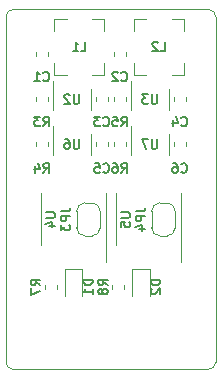
<source format=gbr>
%TF.GenerationSoftware,KiCad,Pcbnew,5.1.5+dfsg1-2~bpo10+1*%
%TF.CreationDate,Date%
%TF.ProjectId,ProMicro_ANA,50726f4d-6963-4726-9f5f-414e412e6b69,v1.0*%
%TF.SameCoordinates,Original*%
%TF.FileFunction,Legend,Bot*%
%TF.FilePolarity,Positive*%
%FSLAX45Y45*%
G04 Gerber Fmt 4.5, Leading zero omitted, Abs format (unit mm)*
G04 Created by KiCad*
%MOMM*%
%LPD*%
G04 APERTURE LIST*
%ADD10C,0.100000*%
%ADD11C,0.120000*%
%ADD12C,0.200000*%
%ADD13O,1.600000X1.600000*%
%ADD14R,1.600000X1.600000*%
%ADD15R,3.600000X1.500000*%
%ADD16C,0.150000*%
%ADD17R,0.650000X1.060000*%
%ADD18C,2.200000*%
%ADD19R,2.200000X2.200000*%
G04 APERTURE END LIST*
D10*
X-63500Y-127000D02*
G75*
G02X-127000Y-63500I0J63500D01*
G01*
X1651000Y-63500D02*
G75*
G02X1587500Y-127000I-63500J0D01*
G01*
X1587500Y2921000D02*
G75*
G02X1651000Y2857500I0J-63500D01*
G01*
X-127000Y2857500D02*
G75*
G02X-63500Y2921000I63500J0D01*
G01*
X-127000Y-63500D02*
X-127000Y2857500D01*
X1587500Y-127000D02*
X-63500Y-127000D01*
X1651000Y2857500D02*
X1651000Y-63500D01*
X-63500Y2921000D02*
X1587500Y2921000D01*
D11*
X1379400Y2842000D02*
X1379400Y2739500D01*
X1379400Y2365000D02*
X1379400Y2467500D01*
X1379400Y2842000D02*
X1276900Y2842000D01*
X1379400Y2365000D02*
X1276900Y2365000D01*
X957400Y2365000D02*
X1059900Y2365000D01*
X957400Y2365000D02*
X957400Y2467500D01*
X957400Y2842000D02*
X957400Y2739500D01*
X957400Y2842000D02*
X1059900Y2842000D01*
X706300Y2842000D02*
X706300Y2739500D01*
X706300Y2365000D02*
X706300Y2467500D01*
X706300Y2842000D02*
X603800Y2842000D01*
X706300Y2365000D02*
X603800Y2365000D01*
X284300Y2365000D02*
X386800Y2365000D01*
X284300Y2365000D02*
X284300Y2467500D01*
X284300Y2842000D02*
X284300Y2739500D01*
X284300Y2842000D02*
X386800Y2842000D01*
X1295200Y2142722D02*
X1295200Y2175278D01*
X1397200Y2142722D02*
X1397200Y2175278D01*
X634800Y2142722D02*
X634800Y2175278D01*
X736800Y2142722D02*
X736800Y2175278D01*
X889200Y2556278D02*
X889200Y2523722D01*
X787200Y2556278D02*
X787200Y2523722D01*
X228800Y2556278D02*
X228800Y2523722D01*
X126800Y2556278D02*
X126800Y2523722D01*
X1306500Y1073000D02*
X1306500Y1213000D01*
X1236500Y1283000D02*
X1176500Y1283000D01*
X1106500Y1213000D02*
X1106500Y1073000D01*
X1176500Y1003000D02*
X1236500Y1003000D01*
X1236500Y1003000D02*
G75*
G03X1306500Y1073000I0J70000D01*
G01*
X1106500Y1073000D02*
G75*
G03X1176500Y1003000I70000J0D01*
G01*
X1176500Y1283000D02*
G75*
G03X1106500Y1213000I0J-70000D01*
G01*
X1306500Y1213000D02*
G75*
G03X1236500Y1283000I-70000J0D01*
G01*
X671500Y1073000D02*
X671500Y1213000D01*
X601500Y1283000D02*
X541500Y1283000D01*
X471500Y1213000D02*
X471500Y1073000D01*
X541500Y1003000D02*
X601500Y1003000D01*
X601500Y1003000D02*
G75*
G03X671500Y1073000I0J70000D01*
G01*
X471500Y1073000D02*
G75*
G03X541500Y1003000I70000J0D01*
G01*
X541500Y1283000D02*
G75*
G03X471500Y1213000I0J-70000D01*
G01*
X671500Y1213000D02*
G75*
G03X601500Y1283000I-70000J0D01*
G01*
X931200Y1688000D02*
X931200Y1933000D01*
X1253200Y1868000D02*
X1253200Y1688000D01*
X270800Y1688000D02*
X270800Y1933000D01*
X592800Y1868000D02*
X592800Y1688000D01*
X931200Y2069000D02*
X931200Y2314000D01*
X1253200Y2249000D02*
X1253200Y2069000D01*
X270800Y2069000D02*
X270800Y2314000D01*
X592800Y2249000D02*
X592800Y2069000D01*
X787200Y1761722D02*
X787200Y1794278D01*
X889200Y1761722D02*
X889200Y1794278D01*
X787200Y2142722D02*
X787200Y2175278D01*
X889200Y2142722D02*
X889200Y2175278D01*
X126800Y1761722D02*
X126800Y1794278D01*
X228800Y1761722D02*
X228800Y1794278D01*
X126800Y2142722D02*
X126800Y2175278D01*
X228800Y2142722D02*
X228800Y2175278D01*
X1089500Y720000D02*
X1089500Y491500D01*
X942500Y720000D02*
X1089500Y720000D01*
X942500Y491500D02*
X942500Y720000D01*
X518000Y720000D02*
X518000Y491500D01*
X371000Y720000D02*
X518000Y720000D01*
X371000Y491500D02*
X371000Y720000D01*
X774500Y555222D02*
X774500Y587778D01*
X876500Y555222D02*
X876500Y587778D01*
X203000Y555222D02*
X203000Y587778D01*
X305000Y555222D02*
X305000Y587778D01*
X1397200Y1794278D02*
X1397200Y1761722D01*
X1295200Y1794278D02*
X1295200Y1761722D01*
X736800Y1794278D02*
X736800Y1761722D01*
X634800Y1794278D02*
X634800Y1761722D01*
X1353000Y1143000D02*
X1353000Y783000D01*
X1353000Y1143000D02*
X1353000Y1363000D01*
X806000Y1143000D02*
X806000Y923000D01*
X806000Y1143000D02*
X806000Y1363000D01*
X718000Y1143000D02*
X718000Y783000D01*
X718000Y1143000D02*
X718000Y1363000D01*
X171000Y1143000D02*
X171000Y923000D01*
X171000Y1143000D02*
X171000Y1363000D01*
D12*
X1181733Y2567310D02*
X1219829Y2567310D01*
X1219829Y2647310D01*
X1158876Y2639691D02*
X1155067Y2643500D01*
X1147448Y2647310D01*
X1128400Y2647310D01*
X1120781Y2643500D01*
X1116971Y2639691D01*
X1113162Y2632072D01*
X1113162Y2624452D01*
X1116971Y2613024D01*
X1162686Y2567310D01*
X1113162Y2567310D01*
X508633Y2567310D02*
X546729Y2567310D01*
X546729Y2647310D01*
X440062Y2567310D02*
X485776Y2567310D01*
X462919Y2567310D02*
X462919Y2647310D01*
X470538Y2635881D01*
X478157Y2628262D01*
X485776Y2624452D01*
X1359533Y1939929D02*
X1363343Y1936119D01*
X1374771Y1932310D01*
X1382390Y1932310D01*
X1393819Y1936119D01*
X1401438Y1943738D01*
X1405248Y1951357D01*
X1409057Y1966595D01*
X1409057Y1978024D01*
X1405248Y1993262D01*
X1401438Y2000881D01*
X1393819Y2008500D01*
X1382390Y2012310D01*
X1374771Y2012310D01*
X1363343Y2008500D01*
X1359533Y2004690D01*
X1290962Y1985643D02*
X1290962Y1932310D01*
X1310010Y2016119D02*
X1329057Y1958976D01*
X1279533Y1958976D01*
X699133Y1939929D02*
X702943Y1936119D01*
X714371Y1932310D01*
X721990Y1932310D01*
X733419Y1936119D01*
X741038Y1943738D01*
X744848Y1951357D01*
X748657Y1966595D01*
X748657Y1978024D01*
X744848Y1993262D01*
X741038Y2000881D01*
X733419Y2008500D01*
X721990Y2012310D01*
X714371Y2012310D01*
X702943Y2008500D01*
X699133Y2004690D01*
X672467Y2012310D02*
X622943Y2012310D01*
X649610Y1981833D01*
X638181Y1981833D01*
X630562Y1978024D01*
X626752Y1974214D01*
X622943Y1966595D01*
X622943Y1947548D01*
X626752Y1939929D01*
X630562Y1936119D01*
X638181Y1932310D01*
X661038Y1932310D01*
X668657Y1936119D01*
X672467Y1939929D01*
X851533Y2320929D02*
X855343Y2317119D01*
X866771Y2313310D01*
X874390Y2313310D01*
X885819Y2317119D01*
X893438Y2324738D01*
X897248Y2332357D01*
X901057Y2347595D01*
X901057Y2359024D01*
X897248Y2374262D01*
X893438Y2381881D01*
X885819Y2389500D01*
X874390Y2393310D01*
X866771Y2393310D01*
X855343Y2389500D01*
X851533Y2385691D01*
X821057Y2385691D02*
X817248Y2389500D01*
X809628Y2393310D01*
X790581Y2393310D01*
X782962Y2389500D01*
X779152Y2385691D01*
X775343Y2378072D01*
X775343Y2370452D01*
X779152Y2359024D01*
X824867Y2313310D01*
X775343Y2313310D01*
X191133Y2320929D02*
X194943Y2317119D01*
X206371Y2313310D01*
X213990Y2313310D01*
X225419Y2317119D01*
X233038Y2324738D01*
X236848Y2332357D01*
X240657Y2347595D01*
X240657Y2359024D01*
X236848Y2374262D01*
X233038Y2381881D01*
X225419Y2389500D01*
X213990Y2393310D01*
X206371Y2393310D01*
X194943Y2389500D01*
X191133Y2385691D01*
X114943Y2313310D02*
X160657Y2313310D01*
X137800Y2313310D02*
X137800Y2393310D01*
X145419Y2381881D01*
X153038Y2374262D01*
X160657Y2370452D01*
X972190Y1209667D02*
X1029333Y1209667D01*
X1040762Y1213476D01*
X1048381Y1221095D01*
X1052190Y1232524D01*
X1052190Y1240143D01*
X1052190Y1171572D02*
X972190Y1171572D01*
X972190Y1141095D01*
X976000Y1133476D01*
X979809Y1129667D01*
X987428Y1125857D01*
X998857Y1125857D01*
X1006476Y1129667D01*
X1010286Y1133476D01*
X1014095Y1141095D01*
X1014095Y1171572D01*
X998857Y1057286D02*
X1052190Y1057286D01*
X968381Y1076333D02*
X1025524Y1095381D01*
X1025524Y1045857D01*
X337190Y1209667D02*
X394333Y1209667D01*
X405762Y1213476D01*
X413381Y1221095D01*
X417190Y1232524D01*
X417190Y1240143D01*
X417190Y1171572D02*
X337190Y1171572D01*
X337190Y1141095D01*
X341000Y1133476D01*
X344810Y1129667D01*
X352428Y1125857D01*
X363857Y1125857D01*
X371476Y1129667D01*
X375286Y1133476D01*
X379095Y1141095D01*
X379095Y1171572D01*
X337190Y1099191D02*
X337190Y1049667D01*
X367667Y1076333D01*
X367667Y1064905D01*
X371476Y1057286D01*
X375286Y1053476D01*
X382905Y1049667D01*
X401952Y1049667D01*
X409571Y1053476D01*
X413381Y1057286D01*
X417190Y1064905D01*
X417190Y1087762D01*
X413381Y1095381D01*
X409571Y1099191D01*
X1153152Y1821810D02*
X1153152Y1757048D01*
X1149343Y1749429D01*
X1145533Y1745619D01*
X1137914Y1741810D01*
X1122676Y1741810D01*
X1115057Y1745619D01*
X1111248Y1749429D01*
X1107438Y1757048D01*
X1107438Y1821810D01*
X1076962Y1821810D02*
X1023628Y1821810D01*
X1057914Y1741810D01*
X492752Y1821810D02*
X492752Y1757048D01*
X488943Y1749429D01*
X485133Y1745619D01*
X477514Y1741810D01*
X462276Y1741810D01*
X454657Y1745619D01*
X450848Y1749429D01*
X447038Y1757048D01*
X447038Y1821810D01*
X374657Y1821810D02*
X389895Y1821810D01*
X397514Y1818000D01*
X401324Y1814190D01*
X408943Y1802762D01*
X412752Y1787524D01*
X412752Y1757048D01*
X408943Y1749429D01*
X405133Y1745619D01*
X397514Y1741810D01*
X382276Y1741810D01*
X374657Y1745619D01*
X370848Y1749429D01*
X367038Y1757048D01*
X367038Y1776095D01*
X370848Y1783714D01*
X374657Y1787524D01*
X382276Y1791333D01*
X397514Y1791333D01*
X405133Y1787524D01*
X408943Y1783714D01*
X412752Y1776095D01*
X1153152Y2202810D02*
X1153152Y2138048D01*
X1149343Y2130429D01*
X1145533Y2126619D01*
X1137914Y2122810D01*
X1122676Y2122810D01*
X1115057Y2126619D01*
X1111248Y2130429D01*
X1107438Y2138048D01*
X1107438Y2202810D01*
X1076962Y2202810D02*
X1027438Y2202810D01*
X1054105Y2172333D01*
X1042676Y2172333D01*
X1035057Y2168524D01*
X1031248Y2164714D01*
X1027438Y2157095D01*
X1027438Y2138048D01*
X1031248Y2130429D01*
X1035057Y2126619D01*
X1042676Y2122810D01*
X1065533Y2122810D01*
X1073152Y2126619D01*
X1076962Y2130429D01*
X492752Y2202810D02*
X492752Y2138048D01*
X488943Y2130429D01*
X485133Y2126619D01*
X477514Y2122810D01*
X462276Y2122810D01*
X454657Y2126619D01*
X450848Y2130429D01*
X447038Y2138048D01*
X447038Y2202810D01*
X412752Y2195191D02*
X408943Y2199000D01*
X401324Y2202810D01*
X382276Y2202810D01*
X374657Y2199000D01*
X370848Y2195191D01*
X367038Y2187572D01*
X367038Y2179952D01*
X370848Y2168524D01*
X416562Y2122810D01*
X367038Y2122810D01*
X851533Y1538610D02*
X878200Y1576705D01*
X897248Y1538610D02*
X897248Y1618610D01*
X866771Y1618610D01*
X859152Y1614800D01*
X855343Y1610990D01*
X851533Y1603371D01*
X851533Y1591943D01*
X855343Y1584324D01*
X859152Y1580514D01*
X866771Y1576705D01*
X897248Y1576705D01*
X782962Y1618610D02*
X798200Y1618610D01*
X805819Y1614800D01*
X809628Y1610990D01*
X817248Y1599562D01*
X821057Y1584324D01*
X821057Y1553848D01*
X817248Y1546229D01*
X813438Y1542419D01*
X805819Y1538610D01*
X790581Y1538610D01*
X782962Y1542419D01*
X779152Y1546229D01*
X775343Y1553848D01*
X775343Y1572895D01*
X779152Y1580514D01*
X782962Y1584324D01*
X790581Y1588133D01*
X805819Y1588133D01*
X813438Y1584324D01*
X817248Y1580514D01*
X821057Y1572895D01*
X851533Y1932310D02*
X878200Y1970405D01*
X897248Y1932310D02*
X897248Y2012310D01*
X866771Y2012310D01*
X859152Y2008500D01*
X855343Y2004690D01*
X851533Y1997071D01*
X851533Y1985643D01*
X855343Y1978024D01*
X859152Y1974214D01*
X866771Y1970405D01*
X897248Y1970405D01*
X779152Y2012310D02*
X817248Y2012310D01*
X821057Y1974214D01*
X817248Y1978024D01*
X809628Y1981833D01*
X790581Y1981833D01*
X782962Y1978024D01*
X779152Y1974214D01*
X775343Y1966595D01*
X775343Y1947548D01*
X779152Y1939929D01*
X782962Y1936119D01*
X790581Y1932310D01*
X809628Y1932310D01*
X817248Y1936119D01*
X821057Y1939929D01*
X191133Y1538610D02*
X217800Y1576705D01*
X236848Y1538610D02*
X236848Y1618610D01*
X206371Y1618610D01*
X198752Y1614800D01*
X194943Y1610990D01*
X191133Y1603371D01*
X191133Y1591943D01*
X194943Y1584324D01*
X198752Y1580514D01*
X206371Y1576705D01*
X236848Y1576705D01*
X122562Y1591943D02*
X122562Y1538610D01*
X141610Y1622419D02*
X160657Y1565276D01*
X111133Y1565276D01*
X191133Y1932310D02*
X217800Y1970405D01*
X236848Y1932310D02*
X236848Y2012310D01*
X206371Y2012310D01*
X198752Y2008500D01*
X194943Y2004690D01*
X191133Y1997071D01*
X191133Y1985643D01*
X194943Y1978024D01*
X198752Y1974214D01*
X206371Y1970405D01*
X236848Y1970405D01*
X164467Y2012310D02*
X114943Y2012310D01*
X141610Y1981833D01*
X130181Y1981833D01*
X122562Y1978024D01*
X118752Y1974214D01*
X114943Y1966595D01*
X114943Y1947548D01*
X118752Y1939929D01*
X122562Y1936119D01*
X130181Y1932310D01*
X153038Y1932310D01*
X160657Y1936119D01*
X164467Y1939929D01*
X1179190Y630548D02*
X1099190Y630548D01*
X1099190Y611500D01*
X1103000Y600072D01*
X1110619Y592452D01*
X1118238Y588643D01*
X1133476Y584833D01*
X1144905Y584833D01*
X1160143Y588643D01*
X1167762Y592452D01*
X1175381Y600072D01*
X1179190Y611500D01*
X1179190Y630548D01*
X1106810Y554357D02*
X1103000Y550548D01*
X1099190Y542929D01*
X1099190Y523881D01*
X1103000Y516262D01*
X1106810Y512452D01*
X1114429Y508643D01*
X1122048Y508643D01*
X1133476Y512452D01*
X1179190Y558167D01*
X1179190Y508643D01*
X607690Y630548D02*
X527690Y630548D01*
X527690Y611500D01*
X531500Y600072D01*
X539119Y592452D01*
X546738Y588643D01*
X561976Y584833D01*
X573405Y584833D01*
X588643Y588643D01*
X596262Y592452D01*
X603881Y600072D01*
X607690Y611500D01*
X607690Y630548D01*
X607690Y508643D02*
X607690Y554357D01*
X607690Y531500D02*
X527690Y531500D01*
X539119Y539119D01*
X546738Y546738D01*
X550548Y554357D01*
X734690Y584833D02*
X696595Y611500D01*
X734690Y630548D02*
X654690Y630548D01*
X654690Y600072D01*
X658500Y592452D01*
X662310Y588643D01*
X669929Y584833D01*
X681357Y584833D01*
X688976Y588643D01*
X692786Y592452D01*
X696595Y600072D01*
X696595Y630548D01*
X688976Y539119D02*
X685167Y546738D01*
X681357Y550548D01*
X673738Y554357D01*
X669929Y554357D01*
X662310Y550548D01*
X658500Y546738D01*
X654690Y539119D01*
X654690Y523881D01*
X658500Y516262D01*
X662310Y512452D01*
X669929Y508643D01*
X673738Y508643D01*
X681357Y512452D01*
X685167Y516262D01*
X688976Y523881D01*
X688976Y539119D01*
X692786Y546738D01*
X696595Y550548D01*
X704214Y554357D01*
X719452Y554357D01*
X727071Y550548D01*
X730881Y546738D01*
X734690Y539119D01*
X734690Y523881D01*
X730881Y516262D01*
X727071Y512452D01*
X719452Y508643D01*
X704214Y508643D01*
X696595Y512452D01*
X692786Y516262D01*
X688976Y523881D01*
X163190Y584833D02*
X125095Y611500D01*
X163190Y630548D02*
X83190Y630548D01*
X83190Y600072D01*
X87000Y592452D01*
X90809Y588643D01*
X98428Y584833D01*
X109857Y584833D01*
X117476Y588643D01*
X121286Y592452D01*
X125095Y600072D01*
X125095Y630548D01*
X83190Y558167D02*
X83190Y504833D01*
X163190Y539119D01*
X1359533Y1546229D02*
X1363343Y1542419D01*
X1374771Y1538610D01*
X1382390Y1538610D01*
X1393819Y1542419D01*
X1401438Y1550038D01*
X1405248Y1557657D01*
X1409057Y1572895D01*
X1409057Y1584324D01*
X1405248Y1599562D01*
X1401438Y1607181D01*
X1393819Y1614800D01*
X1382390Y1618610D01*
X1374771Y1618610D01*
X1363343Y1614800D01*
X1359533Y1610990D01*
X1290962Y1618610D02*
X1306200Y1618610D01*
X1313819Y1614800D01*
X1317629Y1610990D01*
X1325248Y1599562D01*
X1329057Y1584324D01*
X1329057Y1553848D01*
X1325248Y1546229D01*
X1321438Y1542419D01*
X1313819Y1538610D01*
X1298581Y1538610D01*
X1290962Y1542419D01*
X1287152Y1546229D01*
X1283343Y1553848D01*
X1283343Y1572895D01*
X1287152Y1580514D01*
X1290962Y1584324D01*
X1298581Y1588133D01*
X1313819Y1588133D01*
X1321438Y1584324D01*
X1325248Y1580514D01*
X1329057Y1572895D01*
X699133Y1546229D02*
X702943Y1542419D01*
X714371Y1538610D01*
X721990Y1538610D01*
X733419Y1542419D01*
X741038Y1550038D01*
X744848Y1557657D01*
X748657Y1572895D01*
X748657Y1584324D01*
X744848Y1599562D01*
X741038Y1607181D01*
X733419Y1614800D01*
X721990Y1618610D01*
X714371Y1618610D01*
X702943Y1614800D01*
X699133Y1610990D01*
X626752Y1618610D02*
X664848Y1618610D01*
X668657Y1580514D01*
X664848Y1584324D01*
X657229Y1588133D01*
X638181Y1588133D01*
X630562Y1584324D01*
X626752Y1580514D01*
X622943Y1572895D01*
X622943Y1553848D01*
X626752Y1546229D01*
X630562Y1542419D01*
X638181Y1538610D01*
X657229Y1538610D01*
X664848Y1542419D01*
X668657Y1546229D01*
X845190Y1203952D02*
X909952Y1203952D01*
X917571Y1200143D01*
X921381Y1196333D01*
X925190Y1188714D01*
X925190Y1173476D01*
X921381Y1165857D01*
X917571Y1162048D01*
X909952Y1158238D01*
X845190Y1158238D01*
X845190Y1082048D02*
X845190Y1120143D01*
X883286Y1123952D01*
X879476Y1120143D01*
X875667Y1112524D01*
X875667Y1093476D01*
X879476Y1085857D01*
X883286Y1082048D01*
X890905Y1078238D01*
X909952Y1078238D01*
X917571Y1082048D01*
X921381Y1085857D01*
X925190Y1093476D01*
X925190Y1112524D01*
X921381Y1120143D01*
X917571Y1123952D01*
X210190Y1203952D02*
X274952Y1203952D01*
X282571Y1200143D01*
X286381Y1196333D01*
X290190Y1188714D01*
X290190Y1173476D01*
X286381Y1165857D01*
X282571Y1162048D01*
X274952Y1158238D01*
X210190Y1158238D01*
X236857Y1085857D02*
X290190Y1085857D01*
X206381Y1104905D02*
X263524Y1123952D01*
X263524Y1074429D01*
%LPC*%
D13*
X1524000Y2794000D03*
X1524000Y2540000D03*
X1524000Y2286000D03*
X0Y0D03*
X1524000Y2032000D03*
X0Y254000D03*
X1524000Y1778000D03*
X0Y508000D03*
X1524000Y1524000D03*
X0Y762000D03*
X1524000Y1270000D03*
X0Y1016000D03*
X1524000Y1016000D03*
X0Y1270000D03*
X1524000Y762000D03*
X0Y1524000D03*
X1524000Y508000D03*
X0Y1778000D03*
X1524000Y254000D03*
X0Y2032000D03*
X1524000Y0D03*
X0Y2286000D03*
X0Y2540000D03*
D14*
X0Y2794000D03*
D15*
X1168400Y2451000D03*
X1168400Y2756000D03*
X495300Y2451000D03*
X495300Y2756000D03*
D16*
G36*
X1373969Y2281395D02*
G01*
X1376093Y2281080D01*
X1378175Y2280558D01*
X1380196Y2279835D01*
X1382137Y2278917D01*
X1383978Y2277813D01*
X1385702Y2276535D01*
X1387293Y2275093D01*
X1388735Y2273502D01*
X1390013Y2271778D01*
X1391117Y2269937D01*
X1392035Y2267996D01*
X1392758Y2265975D01*
X1393280Y2263893D01*
X1393595Y2261769D01*
X1393700Y2259625D01*
X1393700Y2215875D01*
X1393595Y2213731D01*
X1393280Y2211607D01*
X1392758Y2209525D01*
X1392035Y2207504D01*
X1391117Y2205563D01*
X1390013Y2203722D01*
X1388735Y2201998D01*
X1387293Y2200407D01*
X1385702Y2198965D01*
X1383978Y2197687D01*
X1382137Y2196583D01*
X1380196Y2195665D01*
X1378175Y2194942D01*
X1376093Y2194420D01*
X1373969Y2194105D01*
X1371825Y2194000D01*
X1320575Y2194000D01*
X1318431Y2194105D01*
X1316307Y2194420D01*
X1314225Y2194942D01*
X1312204Y2195665D01*
X1310263Y2196583D01*
X1308422Y2197687D01*
X1306698Y2198965D01*
X1305107Y2200407D01*
X1303665Y2201998D01*
X1302387Y2203722D01*
X1301283Y2205563D01*
X1300365Y2207504D01*
X1299642Y2209525D01*
X1299120Y2211607D01*
X1298805Y2213731D01*
X1298700Y2215875D01*
X1298700Y2259625D01*
X1298805Y2261769D01*
X1299120Y2263893D01*
X1299642Y2265975D01*
X1300365Y2267996D01*
X1301283Y2269937D01*
X1302387Y2271778D01*
X1303665Y2273502D01*
X1305107Y2275093D01*
X1306698Y2276535D01*
X1308422Y2277813D01*
X1310263Y2278917D01*
X1312204Y2279835D01*
X1314225Y2280558D01*
X1316307Y2281080D01*
X1318431Y2281395D01*
X1320575Y2281500D01*
X1371825Y2281500D01*
X1373969Y2281395D01*
G37*
G36*
X1373969Y2123895D02*
G01*
X1376093Y2123580D01*
X1378175Y2123058D01*
X1380196Y2122335D01*
X1382137Y2121417D01*
X1383978Y2120313D01*
X1385702Y2119035D01*
X1387293Y2117593D01*
X1388735Y2116002D01*
X1390013Y2114278D01*
X1391117Y2112437D01*
X1392035Y2110496D01*
X1392758Y2108475D01*
X1393280Y2106393D01*
X1393595Y2104269D01*
X1393700Y2102125D01*
X1393700Y2058375D01*
X1393595Y2056231D01*
X1393280Y2054107D01*
X1392758Y2052025D01*
X1392035Y2050004D01*
X1391117Y2048063D01*
X1390013Y2046222D01*
X1388735Y2044498D01*
X1387293Y2042907D01*
X1385702Y2041465D01*
X1383978Y2040187D01*
X1382137Y2039083D01*
X1380196Y2038165D01*
X1378175Y2037442D01*
X1376093Y2036920D01*
X1373969Y2036605D01*
X1371825Y2036500D01*
X1320575Y2036500D01*
X1318431Y2036605D01*
X1316307Y2036920D01*
X1314225Y2037442D01*
X1312204Y2038165D01*
X1310263Y2039083D01*
X1308422Y2040187D01*
X1306698Y2041465D01*
X1305107Y2042907D01*
X1303665Y2044498D01*
X1302387Y2046222D01*
X1301283Y2048063D01*
X1300365Y2050004D01*
X1299642Y2052025D01*
X1299120Y2054107D01*
X1298805Y2056231D01*
X1298700Y2058375D01*
X1298700Y2102125D01*
X1298805Y2104269D01*
X1299120Y2106393D01*
X1299642Y2108475D01*
X1300365Y2110496D01*
X1301283Y2112437D01*
X1302387Y2114278D01*
X1303665Y2116002D01*
X1305107Y2117593D01*
X1306698Y2119035D01*
X1308422Y2120313D01*
X1310263Y2121417D01*
X1312204Y2122335D01*
X1314225Y2123058D01*
X1316307Y2123580D01*
X1318431Y2123895D01*
X1320575Y2124000D01*
X1371825Y2124000D01*
X1373969Y2123895D01*
G37*
G36*
X713569Y2281395D02*
G01*
X715693Y2281080D01*
X717775Y2280558D01*
X719796Y2279835D01*
X721737Y2278917D01*
X723578Y2277813D01*
X725302Y2276535D01*
X726893Y2275093D01*
X728335Y2273502D01*
X729613Y2271778D01*
X730717Y2269937D01*
X731635Y2267996D01*
X732358Y2265975D01*
X732880Y2263893D01*
X733195Y2261769D01*
X733300Y2259625D01*
X733300Y2215875D01*
X733195Y2213731D01*
X732880Y2211607D01*
X732358Y2209525D01*
X731635Y2207504D01*
X730717Y2205563D01*
X729613Y2203722D01*
X728335Y2201998D01*
X726893Y2200407D01*
X725302Y2198965D01*
X723578Y2197687D01*
X721737Y2196583D01*
X719796Y2195665D01*
X717775Y2194942D01*
X715693Y2194420D01*
X713569Y2194105D01*
X711425Y2194000D01*
X660175Y2194000D01*
X658031Y2194105D01*
X655907Y2194420D01*
X653825Y2194942D01*
X651804Y2195665D01*
X649863Y2196583D01*
X648022Y2197687D01*
X646298Y2198965D01*
X644707Y2200407D01*
X643265Y2201998D01*
X641987Y2203722D01*
X640883Y2205563D01*
X639965Y2207504D01*
X639242Y2209525D01*
X638720Y2211607D01*
X638405Y2213731D01*
X638300Y2215875D01*
X638300Y2259625D01*
X638405Y2261769D01*
X638720Y2263893D01*
X639242Y2265975D01*
X639965Y2267996D01*
X640883Y2269937D01*
X641987Y2271778D01*
X643265Y2273502D01*
X644707Y2275093D01*
X646298Y2276535D01*
X648022Y2277813D01*
X649863Y2278917D01*
X651804Y2279835D01*
X653825Y2280558D01*
X655907Y2281080D01*
X658031Y2281395D01*
X660175Y2281500D01*
X711425Y2281500D01*
X713569Y2281395D01*
G37*
G36*
X713569Y2123895D02*
G01*
X715693Y2123580D01*
X717775Y2123058D01*
X719796Y2122335D01*
X721737Y2121417D01*
X723578Y2120313D01*
X725302Y2119035D01*
X726893Y2117593D01*
X728335Y2116002D01*
X729613Y2114278D01*
X730717Y2112437D01*
X731635Y2110496D01*
X732358Y2108475D01*
X732880Y2106393D01*
X733195Y2104269D01*
X733300Y2102125D01*
X733300Y2058375D01*
X733195Y2056231D01*
X732880Y2054107D01*
X732358Y2052025D01*
X731635Y2050004D01*
X730717Y2048063D01*
X729613Y2046222D01*
X728335Y2044498D01*
X726893Y2042907D01*
X725302Y2041465D01*
X723578Y2040187D01*
X721737Y2039083D01*
X719796Y2038165D01*
X717775Y2037442D01*
X715693Y2036920D01*
X713569Y2036605D01*
X711425Y2036500D01*
X660175Y2036500D01*
X658031Y2036605D01*
X655907Y2036920D01*
X653825Y2037442D01*
X651804Y2038165D01*
X649863Y2039083D01*
X648022Y2040187D01*
X646298Y2041465D01*
X644707Y2042907D01*
X643265Y2044498D01*
X641987Y2046222D01*
X640883Y2048063D01*
X639965Y2050004D01*
X639242Y2052025D01*
X638720Y2054107D01*
X638405Y2056231D01*
X638300Y2058375D01*
X638300Y2102125D01*
X638405Y2104269D01*
X638720Y2106393D01*
X639242Y2108475D01*
X639965Y2110496D01*
X640883Y2112437D01*
X641987Y2114278D01*
X643265Y2116002D01*
X644707Y2117593D01*
X646298Y2119035D01*
X648022Y2120313D01*
X649863Y2121417D01*
X651804Y2122335D01*
X653825Y2123058D01*
X655907Y2123580D01*
X658031Y2123895D01*
X660175Y2124000D01*
X711425Y2124000D01*
X713569Y2123895D01*
G37*
G36*
X865969Y2504895D02*
G01*
X868093Y2504580D01*
X870175Y2504058D01*
X872196Y2503335D01*
X874137Y2502417D01*
X875978Y2501313D01*
X877702Y2500035D01*
X879293Y2498593D01*
X880735Y2497002D01*
X882013Y2495278D01*
X883117Y2493437D01*
X884035Y2491496D01*
X884758Y2489475D01*
X885280Y2487393D01*
X885595Y2485269D01*
X885700Y2483125D01*
X885700Y2439375D01*
X885595Y2437231D01*
X885280Y2435107D01*
X884758Y2433025D01*
X884035Y2431004D01*
X883117Y2429063D01*
X882013Y2427222D01*
X880735Y2425498D01*
X879293Y2423907D01*
X877702Y2422465D01*
X875978Y2421187D01*
X874137Y2420083D01*
X872196Y2419165D01*
X870175Y2418442D01*
X868093Y2417920D01*
X865969Y2417605D01*
X863825Y2417500D01*
X812575Y2417500D01*
X810431Y2417605D01*
X808307Y2417920D01*
X806225Y2418442D01*
X804204Y2419165D01*
X802263Y2420083D01*
X800422Y2421187D01*
X798698Y2422465D01*
X797107Y2423907D01*
X795665Y2425498D01*
X794387Y2427222D01*
X793283Y2429063D01*
X792365Y2431004D01*
X791642Y2433025D01*
X791120Y2435107D01*
X790805Y2437231D01*
X790700Y2439375D01*
X790700Y2483125D01*
X790805Y2485269D01*
X791120Y2487393D01*
X791642Y2489475D01*
X792365Y2491496D01*
X793283Y2493437D01*
X794387Y2495278D01*
X795665Y2497002D01*
X797107Y2498593D01*
X798698Y2500035D01*
X800422Y2501313D01*
X802263Y2502417D01*
X804204Y2503335D01*
X806225Y2504058D01*
X808307Y2504580D01*
X810431Y2504895D01*
X812575Y2505000D01*
X863825Y2505000D01*
X865969Y2504895D01*
G37*
G36*
X865969Y2662395D02*
G01*
X868093Y2662080D01*
X870175Y2661558D01*
X872196Y2660835D01*
X874137Y2659917D01*
X875978Y2658813D01*
X877702Y2657535D01*
X879293Y2656093D01*
X880735Y2654502D01*
X882013Y2652778D01*
X883117Y2650937D01*
X884035Y2648996D01*
X884758Y2646975D01*
X885280Y2644893D01*
X885595Y2642769D01*
X885700Y2640625D01*
X885700Y2596875D01*
X885595Y2594731D01*
X885280Y2592607D01*
X884758Y2590525D01*
X884035Y2588504D01*
X883117Y2586563D01*
X882013Y2584722D01*
X880735Y2582998D01*
X879293Y2581407D01*
X877702Y2579965D01*
X875978Y2578687D01*
X874137Y2577583D01*
X872196Y2576665D01*
X870175Y2575942D01*
X868093Y2575420D01*
X865969Y2575105D01*
X863825Y2575000D01*
X812575Y2575000D01*
X810431Y2575105D01*
X808307Y2575420D01*
X806225Y2575942D01*
X804204Y2576665D01*
X802263Y2577583D01*
X800422Y2578687D01*
X798698Y2579965D01*
X797107Y2581407D01*
X795665Y2582998D01*
X794387Y2584722D01*
X793283Y2586563D01*
X792365Y2588504D01*
X791642Y2590525D01*
X791120Y2592607D01*
X790805Y2594731D01*
X790700Y2596875D01*
X790700Y2640625D01*
X790805Y2642769D01*
X791120Y2644893D01*
X791642Y2646975D01*
X792365Y2648996D01*
X793283Y2650937D01*
X794387Y2652778D01*
X795665Y2654502D01*
X797107Y2656093D01*
X798698Y2657535D01*
X800422Y2658813D01*
X802263Y2659917D01*
X804204Y2660835D01*
X806225Y2661558D01*
X808307Y2662080D01*
X810431Y2662395D01*
X812575Y2662500D01*
X863825Y2662500D01*
X865969Y2662395D01*
G37*
G36*
X205569Y2504895D02*
G01*
X207693Y2504580D01*
X209775Y2504058D01*
X211796Y2503335D01*
X213737Y2502417D01*
X215578Y2501313D01*
X217302Y2500035D01*
X218893Y2498593D01*
X220335Y2497002D01*
X221613Y2495278D01*
X222717Y2493437D01*
X223635Y2491496D01*
X224358Y2489475D01*
X224880Y2487393D01*
X225195Y2485269D01*
X225300Y2483125D01*
X225300Y2439375D01*
X225195Y2437231D01*
X224880Y2435107D01*
X224358Y2433025D01*
X223635Y2431004D01*
X222717Y2429063D01*
X221613Y2427222D01*
X220335Y2425498D01*
X218893Y2423907D01*
X217302Y2422465D01*
X215578Y2421187D01*
X213737Y2420083D01*
X211796Y2419165D01*
X209775Y2418442D01*
X207693Y2417920D01*
X205569Y2417605D01*
X203425Y2417500D01*
X152175Y2417500D01*
X150031Y2417605D01*
X147907Y2417920D01*
X145825Y2418442D01*
X143804Y2419165D01*
X141863Y2420083D01*
X140022Y2421187D01*
X138298Y2422465D01*
X136707Y2423907D01*
X135265Y2425498D01*
X133987Y2427222D01*
X132883Y2429063D01*
X131965Y2431004D01*
X131242Y2433025D01*
X130720Y2435107D01*
X130405Y2437231D01*
X130300Y2439375D01*
X130300Y2483125D01*
X130405Y2485269D01*
X130720Y2487393D01*
X131242Y2489475D01*
X131965Y2491496D01*
X132883Y2493437D01*
X133987Y2495278D01*
X135265Y2497002D01*
X136707Y2498593D01*
X138298Y2500035D01*
X140022Y2501313D01*
X141863Y2502417D01*
X143804Y2503335D01*
X145825Y2504058D01*
X147907Y2504580D01*
X150031Y2504895D01*
X152175Y2505000D01*
X203425Y2505000D01*
X205569Y2504895D01*
G37*
G36*
X205569Y2662395D02*
G01*
X207693Y2662080D01*
X209775Y2661558D01*
X211796Y2660835D01*
X213737Y2659917D01*
X215578Y2658813D01*
X217302Y2657535D01*
X218893Y2656093D01*
X220335Y2654502D01*
X221613Y2652778D01*
X222717Y2650937D01*
X223635Y2648996D01*
X224358Y2646975D01*
X224880Y2644893D01*
X225195Y2642769D01*
X225300Y2640625D01*
X225300Y2596875D01*
X225195Y2594731D01*
X224880Y2592607D01*
X224358Y2590525D01*
X223635Y2588504D01*
X222717Y2586563D01*
X221613Y2584722D01*
X220335Y2582998D01*
X218893Y2581407D01*
X217302Y2579965D01*
X215578Y2578687D01*
X213737Y2577583D01*
X211796Y2576665D01*
X209775Y2575942D01*
X207693Y2575420D01*
X205569Y2575105D01*
X203425Y2575000D01*
X152175Y2575000D01*
X150031Y2575105D01*
X147907Y2575420D01*
X145825Y2575942D01*
X143804Y2576665D01*
X141863Y2577583D01*
X140022Y2578687D01*
X138298Y2579965D01*
X136707Y2581407D01*
X135265Y2582998D01*
X133987Y2584722D01*
X132883Y2586563D01*
X131965Y2588504D01*
X131242Y2590525D01*
X130720Y2592607D01*
X130405Y2594731D01*
X130300Y2596875D01*
X130300Y2640625D01*
X130405Y2642769D01*
X130720Y2644893D01*
X131242Y2646975D01*
X131965Y2648996D01*
X132883Y2650937D01*
X133987Y2652778D01*
X135265Y2654502D01*
X136707Y2656093D01*
X138298Y2657535D01*
X140022Y2658813D01*
X141863Y2659917D01*
X143804Y2660835D01*
X145825Y2661558D01*
X147907Y2662080D01*
X150031Y2662395D01*
X152175Y2662500D01*
X203425Y2662500D01*
X205569Y2662395D01*
G37*
G36*
X1131560Y1208000D02*
G01*
X1131560Y1210453D01*
X1132041Y1215337D01*
X1132998Y1220149D01*
X1134423Y1224845D01*
X1136301Y1229378D01*
X1138614Y1233705D01*
X1141340Y1237785D01*
X1144452Y1241578D01*
X1147922Y1245048D01*
X1151715Y1248160D01*
X1155795Y1250886D01*
X1160122Y1253200D01*
X1164656Y1255077D01*
X1169351Y1256502D01*
X1174164Y1257459D01*
X1179047Y1257940D01*
X1181500Y1257940D01*
X1181500Y1258000D01*
X1231500Y1258000D01*
X1231500Y1257940D01*
X1233953Y1257940D01*
X1238837Y1257459D01*
X1243649Y1256502D01*
X1248345Y1255077D01*
X1252878Y1253200D01*
X1257205Y1250886D01*
X1261285Y1248160D01*
X1265078Y1245048D01*
X1268548Y1241578D01*
X1271660Y1237785D01*
X1274386Y1233705D01*
X1276700Y1229378D01*
X1278577Y1224845D01*
X1280002Y1220149D01*
X1280959Y1215337D01*
X1281440Y1210453D01*
X1281440Y1208000D01*
X1281500Y1208000D01*
X1281500Y1158000D01*
X1131500Y1158000D01*
X1131500Y1208000D01*
X1131560Y1208000D01*
G37*
G36*
X1281500Y1128000D02*
G01*
X1281500Y1078000D01*
X1281440Y1078000D01*
X1281440Y1075547D01*
X1280959Y1070664D01*
X1280002Y1065851D01*
X1278577Y1061156D01*
X1276700Y1056622D01*
X1274386Y1052295D01*
X1271660Y1048215D01*
X1268548Y1044422D01*
X1265078Y1040952D01*
X1261285Y1037840D01*
X1257205Y1035114D01*
X1252878Y1032800D01*
X1248345Y1030923D01*
X1243649Y1029498D01*
X1238837Y1028541D01*
X1233953Y1028060D01*
X1231500Y1028060D01*
X1231500Y1028000D01*
X1181500Y1028000D01*
X1181500Y1028060D01*
X1179047Y1028060D01*
X1174164Y1028541D01*
X1169351Y1029498D01*
X1164656Y1030923D01*
X1160122Y1032800D01*
X1155795Y1035114D01*
X1151715Y1037840D01*
X1147922Y1040952D01*
X1144452Y1044422D01*
X1141340Y1048215D01*
X1138614Y1052295D01*
X1136301Y1056622D01*
X1134423Y1061156D01*
X1132998Y1065851D01*
X1132041Y1070664D01*
X1131560Y1075547D01*
X1131560Y1078000D01*
X1131500Y1078000D01*
X1131500Y1128000D01*
X1281500Y1128000D01*
G37*
G36*
X496560Y1208000D02*
G01*
X496560Y1210453D01*
X497041Y1215337D01*
X497998Y1220149D01*
X499423Y1224845D01*
X501300Y1229378D01*
X503614Y1233705D01*
X506340Y1237785D01*
X509452Y1241578D01*
X512922Y1245048D01*
X516715Y1248160D01*
X520795Y1250886D01*
X525122Y1253200D01*
X529656Y1255077D01*
X534351Y1256502D01*
X539164Y1257459D01*
X544047Y1257940D01*
X546500Y1257940D01*
X546500Y1258000D01*
X596500Y1258000D01*
X596500Y1257940D01*
X598953Y1257940D01*
X603837Y1257459D01*
X608649Y1256502D01*
X613345Y1255077D01*
X617878Y1253200D01*
X622205Y1250886D01*
X626285Y1248160D01*
X630078Y1245048D01*
X633548Y1241578D01*
X636660Y1237785D01*
X639386Y1233705D01*
X641700Y1229378D01*
X643577Y1224845D01*
X645002Y1220149D01*
X645959Y1215337D01*
X646440Y1210453D01*
X646440Y1208000D01*
X646500Y1208000D01*
X646500Y1158000D01*
X496500Y1158000D01*
X496500Y1208000D01*
X496560Y1208000D01*
G37*
G36*
X646500Y1128000D02*
G01*
X646500Y1078000D01*
X646440Y1078000D01*
X646440Y1075547D01*
X645959Y1070664D01*
X645002Y1065851D01*
X643577Y1061156D01*
X641700Y1056622D01*
X639386Y1052295D01*
X636660Y1048215D01*
X633548Y1044422D01*
X630078Y1040952D01*
X626285Y1037840D01*
X622205Y1035114D01*
X617878Y1032800D01*
X613345Y1030923D01*
X608649Y1029498D01*
X603837Y1028541D01*
X598953Y1028060D01*
X596500Y1028060D01*
X596500Y1028000D01*
X546500Y1028000D01*
X546500Y1028060D01*
X544047Y1028060D01*
X539164Y1028541D01*
X534351Y1029498D01*
X529656Y1030923D01*
X525122Y1032800D01*
X520795Y1035114D01*
X516715Y1037840D01*
X512922Y1040952D01*
X509452Y1044422D01*
X506340Y1048215D01*
X503614Y1052295D01*
X501300Y1056622D01*
X499423Y1061156D01*
X497998Y1065851D01*
X497041Y1070664D01*
X496560Y1075547D01*
X496560Y1078000D01*
X496500Y1078000D01*
X496500Y1128000D01*
X646500Y1128000D01*
G37*
D17*
X1092200Y1668000D03*
X997200Y1668000D03*
X1187200Y1668000D03*
X1187200Y1888000D03*
X1092200Y1888000D03*
X997200Y1888000D03*
X431800Y1668000D03*
X336800Y1668000D03*
X526800Y1668000D03*
X526800Y1888000D03*
X431800Y1888000D03*
X336800Y1888000D03*
X1092200Y2049000D03*
X997200Y2049000D03*
X1187200Y2049000D03*
X1187200Y2269000D03*
X1092200Y2269000D03*
X997200Y2269000D03*
X431800Y2049000D03*
X336800Y2049000D03*
X526800Y2049000D03*
X526800Y2269000D03*
X431800Y2269000D03*
X336800Y2269000D03*
D16*
G36*
X865969Y1900395D02*
G01*
X868093Y1900080D01*
X870175Y1899558D01*
X872196Y1898835D01*
X874137Y1897917D01*
X875978Y1896813D01*
X877702Y1895535D01*
X879293Y1894093D01*
X880735Y1892502D01*
X882013Y1890778D01*
X883117Y1888937D01*
X884035Y1886996D01*
X884758Y1884975D01*
X885280Y1882893D01*
X885595Y1880769D01*
X885700Y1878625D01*
X885700Y1834875D01*
X885595Y1832731D01*
X885280Y1830607D01*
X884758Y1828525D01*
X884035Y1826504D01*
X883117Y1824563D01*
X882013Y1822722D01*
X880735Y1820998D01*
X879293Y1819407D01*
X877702Y1817965D01*
X875978Y1816687D01*
X874137Y1815583D01*
X872196Y1814665D01*
X870175Y1813942D01*
X868093Y1813420D01*
X865969Y1813105D01*
X863825Y1813000D01*
X812575Y1813000D01*
X810431Y1813105D01*
X808307Y1813420D01*
X806225Y1813942D01*
X804204Y1814665D01*
X802263Y1815583D01*
X800422Y1816687D01*
X798698Y1817965D01*
X797107Y1819407D01*
X795665Y1820998D01*
X794387Y1822722D01*
X793283Y1824563D01*
X792365Y1826504D01*
X791642Y1828525D01*
X791120Y1830607D01*
X790805Y1832731D01*
X790700Y1834875D01*
X790700Y1878625D01*
X790805Y1880769D01*
X791120Y1882893D01*
X791642Y1884975D01*
X792365Y1886996D01*
X793283Y1888937D01*
X794387Y1890778D01*
X795665Y1892502D01*
X797107Y1894093D01*
X798698Y1895535D01*
X800422Y1896813D01*
X802263Y1897917D01*
X804204Y1898835D01*
X806225Y1899558D01*
X808307Y1900080D01*
X810431Y1900395D01*
X812575Y1900500D01*
X863825Y1900500D01*
X865969Y1900395D01*
G37*
G36*
X865969Y1742895D02*
G01*
X868093Y1742580D01*
X870175Y1742058D01*
X872196Y1741335D01*
X874137Y1740417D01*
X875978Y1739313D01*
X877702Y1738035D01*
X879293Y1736593D01*
X880735Y1735002D01*
X882013Y1733278D01*
X883117Y1731437D01*
X884035Y1729496D01*
X884758Y1727475D01*
X885280Y1725393D01*
X885595Y1723269D01*
X885700Y1721125D01*
X885700Y1677375D01*
X885595Y1675231D01*
X885280Y1673107D01*
X884758Y1671025D01*
X884035Y1669004D01*
X883117Y1667063D01*
X882013Y1665222D01*
X880735Y1663498D01*
X879293Y1661907D01*
X877702Y1660465D01*
X875978Y1659187D01*
X874137Y1658083D01*
X872196Y1657165D01*
X870175Y1656442D01*
X868093Y1655920D01*
X865969Y1655605D01*
X863825Y1655500D01*
X812575Y1655500D01*
X810431Y1655605D01*
X808307Y1655920D01*
X806225Y1656442D01*
X804204Y1657165D01*
X802263Y1658083D01*
X800422Y1659187D01*
X798698Y1660465D01*
X797107Y1661907D01*
X795665Y1663498D01*
X794387Y1665222D01*
X793283Y1667063D01*
X792365Y1669004D01*
X791642Y1671025D01*
X791120Y1673107D01*
X790805Y1675231D01*
X790700Y1677375D01*
X790700Y1721125D01*
X790805Y1723269D01*
X791120Y1725393D01*
X791642Y1727475D01*
X792365Y1729496D01*
X793283Y1731437D01*
X794387Y1733278D01*
X795665Y1735002D01*
X797107Y1736593D01*
X798698Y1738035D01*
X800422Y1739313D01*
X802263Y1740417D01*
X804204Y1741335D01*
X806225Y1742058D01*
X808307Y1742580D01*
X810431Y1742895D01*
X812575Y1743000D01*
X863825Y1743000D01*
X865969Y1742895D01*
G37*
G36*
X865969Y2281395D02*
G01*
X868093Y2281080D01*
X870175Y2280558D01*
X872196Y2279835D01*
X874137Y2278917D01*
X875978Y2277813D01*
X877702Y2276535D01*
X879293Y2275093D01*
X880735Y2273502D01*
X882013Y2271778D01*
X883117Y2269937D01*
X884035Y2267996D01*
X884758Y2265975D01*
X885280Y2263893D01*
X885595Y2261769D01*
X885700Y2259625D01*
X885700Y2215875D01*
X885595Y2213731D01*
X885280Y2211607D01*
X884758Y2209525D01*
X884035Y2207504D01*
X883117Y2205563D01*
X882013Y2203722D01*
X880735Y2201998D01*
X879293Y2200407D01*
X877702Y2198965D01*
X875978Y2197687D01*
X874137Y2196583D01*
X872196Y2195665D01*
X870175Y2194942D01*
X868093Y2194420D01*
X865969Y2194105D01*
X863825Y2194000D01*
X812575Y2194000D01*
X810431Y2194105D01*
X808307Y2194420D01*
X806225Y2194942D01*
X804204Y2195665D01*
X802263Y2196583D01*
X800422Y2197687D01*
X798698Y2198965D01*
X797107Y2200407D01*
X795665Y2201998D01*
X794387Y2203722D01*
X793283Y2205563D01*
X792365Y2207504D01*
X791642Y2209525D01*
X791120Y2211607D01*
X790805Y2213731D01*
X790700Y2215875D01*
X790700Y2259625D01*
X790805Y2261769D01*
X791120Y2263893D01*
X791642Y2265975D01*
X792365Y2267996D01*
X793283Y2269937D01*
X794387Y2271778D01*
X795665Y2273502D01*
X797107Y2275093D01*
X798698Y2276535D01*
X800422Y2277813D01*
X802263Y2278917D01*
X804204Y2279835D01*
X806225Y2280558D01*
X808307Y2281080D01*
X810431Y2281395D01*
X812575Y2281500D01*
X863825Y2281500D01*
X865969Y2281395D01*
G37*
G36*
X865969Y2123895D02*
G01*
X868093Y2123580D01*
X870175Y2123058D01*
X872196Y2122335D01*
X874137Y2121417D01*
X875978Y2120313D01*
X877702Y2119035D01*
X879293Y2117593D01*
X880735Y2116002D01*
X882013Y2114278D01*
X883117Y2112437D01*
X884035Y2110496D01*
X884758Y2108475D01*
X885280Y2106393D01*
X885595Y2104269D01*
X885700Y2102125D01*
X885700Y2058375D01*
X885595Y2056231D01*
X885280Y2054107D01*
X884758Y2052025D01*
X884035Y2050004D01*
X883117Y2048063D01*
X882013Y2046222D01*
X880735Y2044498D01*
X879293Y2042907D01*
X877702Y2041465D01*
X875978Y2040187D01*
X874137Y2039083D01*
X872196Y2038165D01*
X870175Y2037442D01*
X868093Y2036920D01*
X865969Y2036605D01*
X863825Y2036500D01*
X812575Y2036500D01*
X810431Y2036605D01*
X808307Y2036920D01*
X806225Y2037442D01*
X804204Y2038165D01*
X802263Y2039083D01*
X800422Y2040187D01*
X798698Y2041465D01*
X797107Y2042907D01*
X795665Y2044498D01*
X794387Y2046222D01*
X793283Y2048063D01*
X792365Y2050004D01*
X791642Y2052025D01*
X791120Y2054107D01*
X790805Y2056231D01*
X790700Y2058375D01*
X790700Y2102125D01*
X790805Y2104269D01*
X791120Y2106393D01*
X791642Y2108475D01*
X792365Y2110496D01*
X793283Y2112437D01*
X794387Y2114278D01*
X795665Y2116002D01*
X797107Y2117593D01*
X798698Y2119035D01*
X800422Y2120313D01*
X802263Y2121417D01*
X804204Y2122335D01*
X806225Y2123058D01*
X808307Y2123580D01*
X810431Y2123895D01*
X812575Y2124000D01*
X863825Y2124000D01*
X865969Y2123895D01*
G37*
G36*
X205569Y1900395D02*
G01*
X207693Y1900080D01*
X209775Y1899558D01*
X211796Y1898835D01*
X213737Y1897917D01*
X215578Y1896813D01*
X217302Y1895535D01*
X218893Y1894093D01*
X220335Y1892502D01*
X221613Y1890778D01*
X222717Y1888937D01*
X223635Y1886996D01*
X224358Y1884975D01*
X224880Y1882893D01*
X225195Y1880769D01*
X225300Y1878625D01*
X225300Y1834875D01*
X225195Y1832731D01*
X224880Y1830607D01*
X224358Y1828525D01*
X223635Y1826504D01*
X222717Y1824563D01*
X221613Y1822722D01*
X220335Y1820998D01*
X218893Y1819407D01*
X217302Y1817965D01*
X215578Y1816687D01*
X213737Y1815583D01*
X211796Y1814665D01*
X209775Y1813942D01*
X207693Y1813420D01*
X205569Y1813105D01*
X203425Y1813000D01*
X152175Y1813000D01*
X150031Y1813105D01*
X147907Y1813420D01*
X145825Y1813942D01*
X143804Y1814665D01*
X141863Y1815583D01*
X140022Y1816687D01*
X138298Y1817965D01*
X136707Y1819407D01*
X135265Y1820998D01*
X133987Y1822722D01*
X132883Y1824563D01*
X131965Y1826504D01*
X131242Y1828525D01*
X130720Y1830607D01*
X130405Y1832731D01*
X130300Y1834875D01*
X130300Y1878625D01*
X130405Y1880769D01*
X130720Y1882893D01*
X131242Y1884975D01*
X131965Y1886996D01*
X132883Y1888937D01*
X133987Y1890778D01*
X135265Y1892502D01*
X136707Y1894093D01*
X138298Y1895535D01*
X140022Y1896813D01*
X141863Y1897917D01*
X143804Y1898835D01*
X145825Y1899558D01*
X147907Y1900080D01*
X150031Y1900395D01*
X152175Y1900500D01*
X203425Y1900500D01*
X205569Y1900395D01*
G37*
G36*
X205569Y1742895D02*
G01*
X207693Y1742580D01*
X209775Y1742058D01*
X211796Y1741335D01*
X213737Y1740417D01*
X215578Y1739313D01*
X217302Y1738035D01*
X218893Y1736593D01*
X220335Y1735002D01*
X221613Y1733278D01*
X222717Y1731437D01*
X223635Y1729496D01*
X224358Y1727475D01*
X224880Y1725393D01*
X225195Y1723269D01*
X225300Y1721125D01*
X225300Y1677375D01*
X225195Y1675231D01*
X224880Y1673107D01*
X224358Y1671025D01*
X223635Y1669004D01*
X222717Y1667063D01*
X221613Y1665222D01*
X220335Y1663498D01*
X218893Y1661907D01*
X217302Y1660465D01*
X215578Y1659187D01*
X213737Y1658083D01*
X211796Y1657165D01*
X209775Y1656442D01*
X207693Y1655920D01*
X205569Y1655605D01*
X203425Y1655500D01*
X152175Y1655500D01*
X150031Y1655605D01*
X147907Y1655920D01*
X145825Y1656442D01*
X143804Y1657165D01*
X141863Y1658083D01*
X140022Y1659187D01*
X138298Y1660465D01*
X136707Y1661907D01*
X135265Y1663498D01*
X133987Y1665222D01*
X132883Y1667063D01*
X131965Y1669004D01*
X131242Y1671025D01*
X130720Y1673107D01*
X130405Y1675231D01*
X130300Y1677375D01*
X130300Y1721125D01*
X130405Y1723269D01*
X130720Y1725393D01*
X131242Y1727475D01*
X131965Y1729496D01*
X132883Y1731437D01*
X133987Y1733278D01*
X135265Y1735002D01*
X136707Y1736593D01*
X138298Y1738035D01*
X140022Y1739313D01*
X141863Y1740417D01*
X143804Y1741335D01*
X145825Y1742058D01*
X147907Y1742580D01*
X150031Y1742895D01*
X152175Y1743000D01*
X203425Y1743000D01*
X205569Y1742895D01*
G37*
G36*
X205569Y2281395D02*
G01*
X207693Y2281080D01*
X209775Y2280558D01*
X211796Y2279835D01*
X213737Y2278917D01*
X215578Y2277813D01*
X217302Y2276535D01*
X218893Y2275093D01*
X220335Y2273502D01*
X221613Y2271778D01*
X222717Y2269937D01*
X223635Y2267996D01*
X224358Y2265975D01*
X224880Y2263893D01*
X225195Y2261769D01*
X225300Y2259625D01*
X225300Y2215875D01*
X225195Y2213731D01*
X224880Y2211607D01*
X224358Y2209525D01*
X223635Y2207504D01*
X222717Y2205563D01*
X221613Y2203722D01*
X220335Y2201998D01*
X218893Y2200407D01*
X217302Y2198965D01*
X215578Y2197687D01*
X213737Y2196583D01*
X211796Y2195665D01*
X209775Y2194942D01*
X207693Y2194420D01*
X205569Y2194105D01*
X203425Y2194000D01*
X152175Y2194000D01*
X150031Y2194105D01*
X147907Y2194420D01*
X145825Y2194942D01*
X143804Y2195665D01*
X141863Y2196583D01*
X140022Y2197687D01*
X138298Y2198965D01*
X136707Y2200407D01*
X135265Y2201998D01*
X133987Y2203722D01*
X132883Y2205563D01*
X131965Y2207504D01*
X131242Y2209525D01*
X130720Y2211607D01*
X130405Y2213731D01*
X130300Y2215875D01*
X130300Y2259625D01*
X130405Y2261769D01*
X130720Y2263893D01*
X131242Y2265975D01*
X131965Y2267996D01*
X132883Y2269937D01*
X133987Y2271778D01*
X135265Y2273502D01*
X136707Y2275093D01*
X138298Y2276535D01*
X140022Y2277813D01*
X141863Y2278917D01*
X143804Y2279835D01*
X145825Y2280558D01*
X147907Y2281080D01*
X150031Y2281395D01*
X152175Y2281500D01*
X203425Y2281500D01*
X205569Y2281395D01*
G37*
G36*
X205569Y2123895D02*
G01*
X207693Y2123580D01*
X209775Y2123058D01*
X211796Y2122335D01*
X213737Y2121417D01*
X215578Y2120313D01*
X217302Y2119035D01*
X218893Y2117593D01*
X220335Y2116002D01*
X221613Y2114278D01*
X222717Y2112437D01*
X223635Y2110496D01*
X224358Y2108475D01*
X224880Y2106393D01*
X225195Y2104269D01*
X225300Y2102125D01*
X225300Y2058375D01*
X225195Y2056231D01*
X224880Y2054107D01*
X224358Y2052025D01*
X223635Y2050004D01*
X222717Y2048063D01*
X221613Y2046222D01*
X220335Y2044498D01*
X218893Y2042907D01*
X217302Y2041465D01*
X215578Y2040187D01*
X213737Y2039083D01*
X211796Y2038165D01*
X209775Y2037442D01*
X207693Y2036920D01*
X205569Y2036605D01*
X203425Y2036500D01*
X152175Y2036500D01*
X150031Y2036605D01*
X147907Y2036920D01*
X145825Y2037442D01*
X143804Y2038165D01*
X141863Y2039083D01*
X140022Y2040187D01*
X138298Y2041465D01*
X136707Y2042907D01*
X135265Y2044498D01*
X133987Y2046222D01*
X132883Y2048063D01*
X131965Y2050004D01*
X131242Y2052025D01*
X130720Y2054107D01*
X130405Y2056231D01*
X130300Y2058375D01*
X130300Y2102125D01*
X130405Y2104269D01*
X130720Y2106393D01*
X131242Y2108475D01*
X131965Y2110496D01*
X132883Y2112437D01*
X133987Y2114278D01*
X135265Y2116002D01*
X136707Y2117593D01*
X138298Y2119035D01*
X140022Y2120313D01*
X141863Y2121417D01*
X143804Y2122335D01*
X145825Y2123058D01*
X147907Y2123580D01*
X150031Y2123895D01*
X152175Y2124000D01*
X203425Y2124000D01*
X205569Y2123895D01*
G37*
G36*
X1043769Y536395D02*
G01*
X1045893Y536080D01*
X1047975Y535558D01*
X1049996Y534835D01*
X1051937Y533917D01*
X1053778Y532813D01*
X1055502Y531535D01*
X1057093Y530093D01*
X1058535Y528502D01*
X1059813Y526778D01*
X1060917Y524937D01*
X1061835Y522996D01*
X1062558Y520975D01*
X1063080Y518893D01*
X1063395Y516769D01*
X1063500Y514625D01*
X1063500Y470875D01*
X1063395Y468731D01*
X1063080Y466607D01*
X1062558Y464525D01*
X1061835Y462504D01*
X1060917Y460563D01*
X1059813Y458722D01*
X1058535Y456998D01*
X1057093Y455407D01*
X1055502Y453965D01*
X1053778Y452687D01*
X1051937Y451583D01*
X1049996Y450665D01*
X1047975Y449942D01*
X1045893Y449420D01*
X1043769Y449105D01*
X1041625Y449000D01*
X990375Y449000D01*
X988231Y449105D01*
X986107Y449420D01*
X984025Y449942D01*
X982004Y450665D01*
X980063Y451583D01*
X978222Y452687D01*
X976498Y453965D01*
X974907Y455407D01*
X973465Y456998D01*
X972187Y458722D01*
X971083Y460563D01*
X970165Y462504D01*
X969442Y464525D01*
X968920Y466607D01*
X968605Y468731D01*
X968500Y470875D01*
X968500Y514625D01*
X968605Y516769D01*
X968920Y518893D01*
X969442Y520975D01*
X970165Y522996D01*
X971083Y524937D01*
X972187Y526778D01*
X973465Y528502D01*
X974907Y530093D01*
X976498Y531535D01*
X978222Y532813D01*
X980063Y533917D01*
X982004Y534835D01*
X984025Y535558D01*
X986107Y536080D01*
X988231Y536395D01*
X990375Y536500D01*
X1041625Y536500D01*
X1043769Y536395D01*
G37*
G36*
X1043769Y693895D02*
G01*
X1045893Y693580D01*
X1047975Y693058D01*
X1049996Y692335D01*
X1051937Y691417D01*
X1053778Y690313D01*
X1055502Y689035D01*
X1057093Y687593D01*
X1058535Y686002D01*
X1059813Y684278D01*
X1060917Y682437D01*
X1061835Y680496D01*
X1062558Y678475D01*
X1063080Y676393D01*
X1063395Y674269D01*
X1063500Y672125D01*
X1063500Y628375D01*
X1063395Y626231D01*
X1063080Y624107D01*
X1062558Y622025D01*
X1061835Y620004D01*
X1060917Y618063D01*
X1059813Y616222D01*
X1058535Y614498D01*
X1057093Y612907D01*
X1055502Y611465D01*
X1053778Y610187D01*
X1051937Y609083D01*
X1049996Y608165D01*
X1047975Y607442D01*
X1045893Y606920D01*
X1043769Y606605D01*
X1041625Y606500D01*
X990375Y606500D01*
X988231Y606605D01*
X986107Y606920D01*
X984025Y607442D01*
X982004Y608165D01*
X980063Y609083D01*
X978222Y610187D01*
X976498Y611465D01*
X974907Y612907D01*
X973465Y614498D01*
X972187Y616222D01*
X971083Y618063D01*
X970165Y620004D01*
X969442Y622025D01*
X968920Y624107D01*
X968605Y626231D01*
X968500Y628375D01*
X968500Y672125D01*
X968605Y674269D01*
X968920Y676393D01*
X969442Y678475D01*
X970165Y680496D01*
X971083Y682437D01*
X972187Y684278D01*
X973465Y686002D01*
X974907Y687593D01*
X976498Y689035D01*
X978222Y690313D01*
X980063Y691417D01*
X982004Y692335D01*
X984025Y693058D01*
X986107Y693580D01*
X988231Y693895D01*
X990375Y694000D01*
X1041625Y694000D01*
X1043769Y693895D01*
G37*
G36*
X472269Y536395D02*
G01*
X474393Y536080D01*
X476475Y535558D01*
X478496Y534835D01*
X480437Y533917D01*
X482278Y532813D01*
X484002Y531535D01*
X485593Y530093D01*
X487035Y528502D01*
X488313Y526778D01*
X489417Y524937D01*
X490335Y522996D01*
X491058Y520975D01*
X491580Y518893D01*
X491895Y516769D01*
X492000Y514625D01*
X492000Y470875D01*
X491895Y468731D01*
X491580Y466607D01*
X491058Y464525D01*
X490335Y462504D01*
X489417Y460563D01*
X488313Y458722D01*
X487035Y456998D01*
X485593Y455407D01*
X484002Y453965D01*
X482278Y452687D01*
X480437Y451583D01*
X478496Y450665D01*
X476475Y449942D01*
X474393Y449420D01*
X472269Y449105D01*
X470125Y449000D01*
X418875Y449000D01*
X416731Y449105D01*
X414607Y449420D01*
X412525Y449942D01*
X410504Y450665D01*
X408563Y451583D01*
X406722Y452687D01*
X404998Y453965D01*
X403407Y455407D01*
X401965Y456998D01*
X400687Y458722D01*
X399583Y460563D01*
X398665Y462504D01*
X397942Y464525D01*
X397420Y466607D01*
X397105Y468731D01*
X397000Y470875D01*
X397000Y514625D01*
X397105Y516769D01*
X397420Y518893D01*
X397942Y520975D01*
X398665Y522996D01*
X399583Y524937D01*
X400687Y526778D01*
X401965Y528502D01*
X403407Y530093D01*
X404998Y531535D01*
X406722Y532813D01*
X408563Y533917D01*
X410504Y534835D01*
X412525Y535558D01*
X414607Y536080D01*
X416731Y536395D01*
X418875Y536500D01*
X470125Y536500D01*
X472269Y536395D01*
G37*
G36*
X472269Y693895D02*
G01*
X474393Y693580D01*
X476475Y693058D01*
X478496Y692335D01*
X480437Y691417D01*
X482278Y690313D01*
X484002Y689035D01*
X485593Y687593D01*
X487035Y686002D01*
X488313Y684278D01*
X489417Y682437D01*
X490335Y680496D01*
X491058Y678475D01*
X491580Y676393D01*
X491895Y674269D01*
X492000Y672125D01*
X492000Y628375D01*
X491895Y626231D01*
X491580Y624107D01*
X491058Y622025D01*
X490335Y620004D01*
X489417Y618063D01*
X488313Y616222D01*
X487035Y614498D01*
X485593Y612907D01*
X484002Y611465D01*
X482278Y610187D01*
X480437Y609083D01*
X478496Y608165D01*
X476475Y607442D01*
X474393Y606920D01*
X472269Y606605D01*
X470125Y606500D01*
X418875Y606500D01*
X416731Y606605D01*
X414607Y606920D01*
X412525Y607442D01*
X410504Y608165D01*
X408563Y609083D01*
X406722Y610187D01*
X404998Y611465D01*
X403407Y612907D01*
X401965Y614498D01*
X400687Y616222D01*
X399583Y618063D01*
X398665Y620004D01*
X397942Y622025D01*
X397420Y624107D01*
X397105Y626231D01*
X397000Y628375D01*
X397000Y672125D01*
X397105Y674269D01*
X397420Y676393D01*
X397942Y678475D01*
X398665Y680496D01*
X399583Y682437D01*
X400687Y684278D01*
X401965Y686002D01*
X403407Y687593D01*
X404998Y689035D01*
X406722Y690313D01*
X408563Y691417D01*
X410504Y692335D01*
X412525Y693058D01*
X414607Y693580D01*
X416731Y693895D01*
X418875Y694000D01*
X470125Y694000D01*
X472269Y693895D01*
G37*
G36*
X853269Y693895D02*
G01*
X855393Y693580D01*
X857475Y693058D01*
X859496Y692335D01*
X861437Y691417D01*
X863278Y690313D01*
X865002Y689035D01*
X866593Y687593D01*
X868035Y686002D01*
X869313Y684278D01*
X870417Y682437D01*
X871335Y680496D01*
X872058Y678475D01*
X872580Y676393D01*
X872895Y674269D01*
X873000Y672125D01*
X873000Y628375D01*
X872895Y626231D01*
X872580Y624107D01*
X872058Y622025D01*
X871335Y620004D01*
X870417Y618063D01*
X869313Y616222D01*
X868035Y614498D01*
X866593Y612907D01*
X865002Y611465D01*
X863278Y610187D01*
X861437Y609083D01*
X859496Y608165D01*
X857475Y607442D01*
X855393Y606920D01*
X853269Y606605D01*
X851125Y606500D01*
X799875Y606500D01*
X797731Y606605D01*
X795607Y606920D01*
X793525Y607442D01*
X791504Y608165D01*
X789563Y609083D01*
X787722Y610187D01*
X785998Y611465D01*
X784407Y612907D01*
X782965Y614498D01*
X781687Y616222D01*
X780583Y618063D01*
X779665Y620004D01*
X778942Y622025D01*
X778420Y624107D01*
X778105Y626231D01*
X778000Y628375D01*
X778000Y672125D01*
X778105Y674269D01*
X778420Y676393D01*
X778942Y678475D01*
X779665Y680496D01*
X780583Y682437D01*
X781687Y684278D01*
X782965Y686002D01*
X784407Y687593D01*
X785998Y689035D01*
X787722Y690313D01*
X789563Y691417D01*
X791504Y692335D01*
X793525Y693058D01*
X795607Y693580D01*
X797731Y693895D01*
X799875Y694000D01*
X851125Y694000D01*
X853269Y693895D01*
G37*
G36*
X853269Y536395D02*
G01*
X855393Y536080D01*
X857475Y535558D01*
X859496Y534835D01*
X861437Y533917D01*
X863278Y532813D01*
X865002Y531535D01*
X866593Y530093D01*
X868035Y528502D01*
X869313Y526778D01*
X870417Y524937D01*
X871335Y522996D01*
X872058Y520975D01*
X872580Y518893D01*
X872895Y516769D01*
X873000Y514625D01*
X873000Y470875D01*
X872895Y468731D01*
X872580Y466607D01*
X872058Y464525D01*
X871335Y462504D01*
X870417Y460563D01*
X869313Y458722D01*
X868035Y456998D01*
X866593Y455407D01*
X865002Y453965D01*
X863278Y452687D01*
X861437Y451583D01*
X859496Y450665D01*
X857475Y449942D01*
X855393Y449420D01*
X853269Y449105D01*
X851125Y449000D01*
X799875Y449000D01*
X797731Y449105D01*
X795607Y449420D01*
X793525Y449942D01*
X791504Y450665D01*
X789563Y451583D01*
X787722Y452687D01*
X785998Y453965D01*
X784407Y455407D01*
X782965Y456998D01*
X781687Y458722D01*
X780583Y460563D01*
X779665Y462504D01*
X778942Y464525D01*
X778420Y466607D01*
X778105Y468731D01*
X778000Y470875D01*
X778000Y514625D01*
X778105Y516769D01*
X778420Y518893D01*
X778942Y520975D01*
X779665Y522996D01*
X780583Y524937D01*
X781687Y526778D01*
X782965Y528502D01*
X784407Y530093D01*
X785998Y531535D01*
X787722Y532813D01*
X789563Y533917D01*
X791504Y534835D01*
X793525Y535558D01*
X795607Y536080D01*
X797731Y536395D01*
X799875Y536500D01*
X851125Y536500D01*
X853269Y536395D01*
G37*
G36*
X281769Y693895D02*
G01*
X283893Y693580D01*
X285975Y693058D01*
X287996Y692335D01*
X289937Y691417D01*
X291778Y690313D01*
X293502Y689035D01*
X295093Y687593D01*
X296535Y686002D01*
X297813Y684278D01*
X298917Y682437D01*
X299835Y680496D01*
X300558Y678475D01*
X301080Y676393D01*
X301395Y674269D01*
X301500Y672125D01*
X301500Y628375D01*
X301395Y626231D01*
X301080Y624107D01*
X300558Y622025D01*
X299835Y620004D01*
X298917Y618063D01*
X297813Y616222D01*
X296535Y614498D01*
X295093Y612907D01*
X293502Y611465D01*
X291778Y610187D01*
X289937Y609083D01*
X287996Y608165D01*
X285975Y607442D01*
X283893Y606920D01*
X281769Y606605D01*
X279625Y606500D01*
X228375Y606500D01*
X226231Y606605D01*
X224107Y606920D01*
X222025Y607442D01*
X220004Y608165D01*
X218063Y609083D01*
X216222Y610187D01*
X214498Y611465D01*
X212907Y612907D01*
X211465Y614498D01*
X210187Y616222D01*
X209083Y618063D01*
X208165Y620004D01*
X207442Y622025D01*
X206920Y624107D01*
X206605Y626231D01*
X206500Y628375D01*
X206500Y672125D01*
X206605Y674269D01*
X206920Y676393D01*
X207442Y678475D01*
X208165Y680496D01*
X209083Y682437D01*
X210187Y684278D01*
X211465Y686002D01*
X212907Y687593D01*
X214498Y689035D01*
X216222Y690313D01*
X218063Y691417D01*
X220004Y692335D01*
X222025Y693058D01*
X224107Y693580D01*
X226231Y693895D01*
X228375Y694000D01*
X279625Y694000D01*
X281769Y693895D01*
G37*
G36*
X281769Y536395D02*
G01*
X283893Y536080D01*
X285975Y535558D01*
X287996Y534835D01*
X289937Y533917D01*
X291778Y532813D01*
X293502Y531535D01*
X295093Y530093D01*
X296535Y528502D01*
X297813Y526778D01*
X298917Y524937D01*
X299835Y522996D01*
X300558Y520975D01*
X301080Y518893D01*
X301395Y516769D01*
X301500Y514625D01*
X301500Y470875D01*
X301395Y468731D01*
X301080Y466607D01*
X300558Y464525D01*
X299835Y462504D01*
X298917Y460563D01*
X297813Y458722D01*
X296535Y456998D01*
X295093Y455407D01*
X293502Y453965D01*
X291778Y452687D01*
X289937Y451583D01*
X287996Y450665D01*
X285975Y449942D01*
X283893Y449420D01*
X281769Y449105D01*
X279625Y449000D01*
X228375Y449000D01*
X226231Y449105D01*
X224107Y449420D01*
X222025Y449942D01*
X220004Y450665D01*
X218063Y451583D01*
X216222Y452687D01*
X214498Y453965D01*
X212907Y455407D01*
X211465Y456998D01*
X210187Y458722D01*
X209083Y460563D01*
X208165Y462504D01*
X207442Y464525D01*
X206920Y466607D01*
X206605Y468731D01*
X206500Y470875D01*
X206500Y514625D01*
X206605Y516769D01*
X206920Y518893D01*
X207442Y520975D01*
X208165Y522996D01*
X209083Y524937D01*
X210187Y526778D01*
X211465Y528502D01*
X212907Y530093D01*
X214498Y531535D01*
X216222Y532813D01*
X218063Y533917D01*
X220004Y534835D01*
X222025Y535558D01*
X224107Y536080D01*
X226231Y536395D01*
X228375Y536500D01*
X279625Y536500D01*
X281769Y536395D01*
G37*
G36*
X1373969Y1742895D02*
G01*
X1376093Y1742580D01*
X1378175Y1742058D01*
X1380196Y1741335D01*
X1382137Y1740417D01*
X1383978Y1739313D01*
X1385702Y1738035D01*
X1387293Y1736593D01*
X1388735Y1735002D01*
X1390013Y1733278D01*
X1391117Y1731437D01*
X1392035Y1729496D01*
X1392758Y1727475D01*
X1393280Y1725393D01*
X1393595Y1723269D01*
X1393700Y1721125D01*
X1393700Y1677375D01*
X1393595Y1675231D01*
X1393280Y1673107D01*
X1392758Y1671025D01*
X1392035Y1669004D01*
X1391117Y1667063D01*
X1390013Y1665222D01*
X1388735Y1663498D01*
X1387293Y1661907D01*
X1385702Y1660465D01*
X1383978Y1659187D01*
X1382137Y1658083D01*
X1380196Y1657165D01*
X1378175Y1656442D01*
X1376093Y1655920D01*
X1373969Y1655605D01*
X1371825Y1655500D01*
X1320575Y1655500D01*
X1318431Y1655605D01*
X1316307Y1655920D01*
X1314225Y1656442D01*
X1312204Y1657165D01*
X1310263Y1658083D01*
X1308422Y1659187D01*
X1306698Y1660465D01*
X1305107Y1661907D01*
X1303665Y1663498D01*
X1302387Y1665222D01*
X1301283Y1667063D01*
X1300365Y1669004D01*
X1299642Y1671025D01*
X1299120Y1673107D01*
X1298805Y1675231D01*
X1298700Y1677375D01*
X1298700Y1721125D01*
X1298805Y1723269D01*
X1299120Y1725393D01*
X1299642Y1727475D01*
X1300365Y1729496D01*
X1301283Y1731437D01*
X1302387Y1733278D01*
X1303665Y1735002D01*
X1305107Y1736593D01*
X1306698Y1738035D01*
X1308422Y1739313D01*
X1310263Y1740417D01*
X1312204Y1741335D01*
X1314225Y1742058D01*
X1316307Y1742580D01*
X1318431Y1742895D01*
X1320575Y1743000D01*
X1371825Y1743000D01*
X1373969Y1742895D01*
G37*
G36*
X1373969Y1900395D02*
G01*
X1376093Y1900080D01*
X1378175Y1899558D01*
X1380196Y1898835D01*
X1382137Y1897917D01*
X1383978Y1896813D01*
X1385702Y1895535D01*
X1387293Y1894093D01*
X1388735Y1892502D01*
X1390013Y1890778D01*
X1391117Y1888937D01*
X1392035Y1886996D01*
X1392758Y1884975D01*
X1393280Y1882893D01*
X1393595Y1880769D01*
X1393700Y1878625D01*
X1393700Y1834875D01*
X1393595Y1832731D01*
X1393280Y1830607D01*
X1392758Y1828525D01*
X1392035Y1826504D01*
X1391117Y1824563D01*
X1390013Y1822722D01*
X1388735Y1820998D01*
X1387293Y1819407D01*
X1385702Y1817965D01*
X1383978Y1816687D01*
X1382137Y1815583D01*
X1380196Y1814665D01*
X1378175Y1813942D01*
X1376093Y1813420D01*
X1373969Y1813105D01*
X1371825Y1813000D01*
X1320575Y1813000D01*
X1318431Y1813105D01*
X1316307Y1813420D01*
X1314225Y1813942D01*
X1312204Y1814665D01*
X1310263Y1815583D01*
X1308422Y1816687D01*
X1306698Y1817965D01*
X1305107Y1819407D01*
X1303665Y1820998D01*
X1302387Y1822722D01*
X1301283Y1824563D01*
X1300365Y1826504D01*
X1299642Y1828525D01*
X1299120Y1830607D01*
X1298805Y1832731D01*
X1298700Y1834875D01*
X1298700Y1878625D01*
X1298805Y1880769D01*
X1299120Y1882893D01*
X1299642Y1884975D01*
X1300365Y1886996D01*
X1301283Y1888937D01*
X1302387Y1890778D01*
X1303665Y1892502D01*
X1305107Y1894093D01*
X1306698Y1895535D01*
X1308422Y1896813D01*
X1310263Y1897917D01*
X1312204Y1898835D01*
X1314225Y1899558D01*
X1316307Y1900080D01*
X1318431Y1900395D01*
X1320575Y1900500D01*
X1371825Y1900500D01*
X1373969Y1900395D01*
G37*
G36*
X713569Y1742895D02*
G01*
X715693Y1742580D01*
X717775Y1742058D01*
X719796Y1741335D01*
X721737Y1740417D01*
X723578Y1739313D01*
X725302Y1738035D01*
X726893Y1736593D01*
X728335Y1735002D01*
X729613Y1733278D01*
X730717Y1731437D01*
X731635Y1729496D01*
X732358Y1727475D01*
X732880Y1725393D01*
X733195Y1723269D01*
X733300Y1721125D01*
X733300Y1677375D01*
X733195Y1675231D01*
X732880Y1673107D01*
X732358Y1671025D01*
X731635Y1669004D01*
X730717Y1667063D01*
X729613Y1665222D01*
X728335Y1663498D01*
X726893Y1661907D01*
X725302Y1660465D01*
X723578Y1659187D01*
X721737Y1658083D01*
X719796Y1657165D01*
X717775Y1656442D01*
X715693Y1655920D01*
X713569Y1655605D01*
X711425Y1655500D01*
X660175Y1655500D01*
X658031Y1655605D01*
X655907Y1655920D01*
X653825Y1656442D01*
X651804Y1657165D01*
X649863Y1658083D01*
X648022Y1659187D01*
X646298Y1660465D01*
X644707Y1661907D01*
X643265Y1663498D01*
X641987Y1665222D01*
X640883Y1667063D01*
X639965Y1669004D01*
X639242Y1671025D01*
X638720Y1673107D01*
X638405Y1675231D01*
X638300Y1677375D01*
X638300Y1721125D01*
X638405Y1723269D01*
X638720Y1725393D01*
X639242Y1727475D01*
X639965Y1729496D01*
X640883Y1731437D01*
X641987Y1733278D01*
X643265Y1735002D01*
X644707Y1736593D01*
X646298Y1738035D01*
X648022Y1739313D01*
X649863Y1740417D01*
X651804Y1741335D01*
X653825Y1742058D01*
X655907Y1742580D01*
X658031Y1742895D01*
X660175Y1743000D01*
X711425Y1743000D01*
X713569Y1742895D01*
G37*
G36*
X713569Y1900395D02*
G01*
X715693Y1900080D01*
X717775Y1899558D01*
X719796Y1898835D01*
X721737Y1897917D01*
X723578Y1896813D01*
X725302Y1895535D01*
X726893Y1894093D01*
X728335Y1892502D01*
X729613Y1890778D01*
X730717Y1888937D01*
X731635Y1886996D01*
X732358Y1884975D01*
X732880Y1882893D01*
X733195Y1880769D01*
X733300Y1878625D01*
X733300Y1834875D01*
X733195Y1832731D01*
X732880Y1830607D01*
X732358Y1828525D01*
X731635Y1826504D01*
X730717Y1824563D01*
X729613Y1822722D01*
X728335Y1820998D01*
X726893Y1819407D01*
X725302Y1817965D01*
X723578Y1816687D01*
X721737Y1815583D01*
X719796Y1814665D01*
X717775Y1813942D01*
X715693Y1813420D01*
X713569Y1813105D01*
X711425Y1813000D01*
X660175Y1813000D01*
X658031Y1813105D01*
X655907Y1813420D01*
X653825Y1813942D01*
X651804Y1814665D01*
X649863Y1815583D01*
X648022Y1816687D01*
X646298Y1817965D01*
X644707Y1819407D01*
X643265Y1820998D01*
X641987Y1822722D01*
X640883Y1824563D01*
X639965Y1826504D01*
X639242Y1828525D01*
X638720Y1830607D01*
X638405Y1832731D01*
X638300Y1834875D01*
X638300Y1878625D01*
X638405Y1880769D01*
X638720Y1882893D01*
X639242Y1884975D01*
X639965Y1886996D01*
X640883Y1888937D01*
X641987Y1890778D01*
X643265Y1892502D01*
X644707Y1894093D01*
X646298Y1895535D01*
X648022Y1896813D01*
X649863Y1897917D01*
X651804Y1898835D01*
X653825Y1899558D01*
X655907Y1900080D01*
X658031Y1900395D01*
X660175Y1900500D01*
X711425Y1900500D01*
X713569Y1900395D01*
G37*
D18*
X1143000Y254000D03*
X889000Y254000D03*
X635000Y254000D03*
D19*
X381000Y254000D03*
D16*
G36*
X1317980Y1502952D02*
G01*
X1318951Y1502808D01*
X1319903Y1502569D01*
X1320827Y1502239D01*
X1321714Y1501819D01*
X1322556Y1501315D01*
X1323344Y1500730D01*
X1324071Y1500071D01*
X1324730Y1499344D01*
X1325315Y1498556D01*
X1325819Y1497714D01*
X1326239Y1496827D01*
X1326569Y1495903D01*
X1326808Y1494951D01*
X1326952Y1493980D01*
X1327000Y1493000D01*
X1327000Y1365500D01*
X1326952Y1364520D01*
X1326808Y1363549D01*
X1326569Y1362597D01*
X1326239Y1361673D01*
X1325819Y1360786D01*
X1325315Y1359944D01*
X1324730Y1359156D01*
X1324071Y1358429D01*
X1323344Y1357770D01*
X1322556Y1357185D01*
X1321714Y1356681D01*
X1320827Y1356261D01*
X1319903Y1355931D01*
X1318951Y1355692D01*
X1317980Y1355548D01*
X1317000Y1355500D01*
X1297000Y1355500D01*
X1296020Y1355548D01*
X1295049Y1355692D01*
X1294097Y1355931D01*
X1293173Y1356261D01*
X1292286Y1356681D01*
X1291444Y1357185D01*
X1290656Y1357770D01*
X1289929Y1358429D01*
X1289270Y1359156D01*
X1288685Y1359944D01*
X1288181Y1360786D01*
X1287761Y1361673D01*
X1287431Y1362597D01*
X1287192Y1363549D01*
X1287048Y1364520D01*
X1287000Y1365500D01*
X1287000Y1493000D01*
X1287048Y1493980D01*
X1287192Y1494951D01*
X1287431Y1495903D01*
X1287761Y1496827D01*
X1288181Y1497714D01*
X1288685Y1498556D01*
X1289270Y1499344D01*
X1289929Y1500071D01*
X1290656Y1500730D01*
X1291444Y1501315D01*
X1292286Y1501819D01*
X1293173Y1502239D01*
X1294097Y1502569D01*
X1295049Y1502808D01*
X1296020Y1502952D01*
X1297000Y1503000D01*
X1317000Y1503000D01*
X1317980Y1502952D01*
G37*
G36*
X1252980Y1502952D02*
G01*
X1253951Y1502808D01*
X1254903Y1502569D01*
X1255827Y1502239D01*
X1256714Y1501819D01*
X1257556Y1501315D01*
X1258344Y1500730D01*
X1259071Y1500071D01*
X1259730Y1499344D01*
X1260315Y1498556D01*
X1260819Y1497714D01*
X1261239Y1496827D01*
X1261569Y1495903D01*
X1261808Y1494951D01*
X1261952Y1493980D01*
X1262000Y1493000D01*
X1262000Y1365500D01*
X1261952Y1364520D01*
X1261808Y1363549D01*
X1261569Y1362597D01*
X1261239Y1361673D01*
X1260819Y1360786D01*
X1260315Y1359944D01*
X1259730Y1359156D01*
X1259071Y1358429D01*
X1258344Y1357770D01*
X1257556Y1357185D01*
X1256714Y1356681D01*
X1255827Y1356261D01*
X1254903Y1355931D01*
X1253951Y1355692D01*
X1252980Y1355548D01*
X1252000Y1355500D01*
X1232000Y1355500D01*
X1231020Y1355548D01*
X1230049Y1355692D01*
X1229097Y1355931D01*
X1228173Y1356261D01*
X1227286Y1356681D01*
X1226444Y1357185D01*
X1225656Y1357770D01*
X1224929Y1358429D01*
X1224270Y1359156D01*
X1223685Y1359944D01*
X1223181Y1360786D01*
X1222761Y1361673D01*
X1222431Y1362597D01*
X1222192Y1363549D01*
X1222048Y1364520D01*
X1222000Y1365500D01*
X1222000Y1493000D01*
X1222048Y1493980D01*
X1222192Y1494951D01*
X1222431Y1495903D01*
X1222761Y1496827D01*
X1223181Y1497714D01*
X1223685Y1498556D01*
X1224270Y1499344D01*
X1224929Y1500071D01*
X1225656Y1500730D01*
X1226444Y1501315D01*
X1227286Y1501819D01*
X1228173Y1502239D01*
X1229097Y1502569D01*
X1230049Y1502808D01*
X1231020Y1502952D01*
X1232000Y1503000D01*
X1252000Y1503000D01*
X1252980Y1502952D01*
G37*
G36*
X1187980Y1502952D02*
G01*
X1188951Y1502808D01*
X1189903Y1502569D01*
X1190827Y1502239D01*
X1191714Y1501819D01*
X1192556Y1501315D01*
X1193344Y1500730D01*
X1194071Y1500071D01*
X1194730Y1499344D01*
X1195315Y1498556D01*
X1195819Y1497714D01*
X1196239Y1496827D01*
X1196569Y1495903D01*
X1196808Y1494951D01*
X1196952Y1493980D01*
X1197000Y1493000D01*
X1197000Y1365500D01*
X1196952Y1364520D01*
X1196808Y1363549D01*
X1196569Y1362597D01*
X1196239Y1361673D01*
X1195819Y1360786D01*
X1195315Y1359944D01*
X1194730Y1359156D01*
X1194071Y1358429D01*
X1193344Y1357770D01*
X1192556Y1357185D01*
X1191714Y1356681D01*
X1190827Y1356261D01*
X1189903Y1355931D01*
X1188951Y1355692D01*
X1187980Y1355548D01*
X1187000Y1355500D01*
X1167000Y1355500D01*
X1166020Y1355548D01*
X1165049Y1355692D01*
X1164097Y1355931D01*
X1163173Y1356261D01*
X1162286Y1356681D01*
X1161444Y1357185D01*
X1160656Y1357770D01*
X1159929Y1358429D01*
X1159270Y1359156D01*
X1158685Y1359944D01*
X1158181Y1360786D01*
X1157761Y1361673D01*
X1157431Y1362597D01*
X1157192Y1363549D01*
X1157048Y1364520D01*
X1157000Y1365500D01*
X1157000Y1493000D01*
X1157048Y1493980D01*
X1157192Y1494951D01*
X1157431Y1495903D01*
X1157761Y1496827D01*
X1158181Y1497714D01*
X1158685Y1498556D01*
X1159270Y1499344D01*
X1159929Y1500071D01*
X1160656Y1500730D01*
X1161444Y1501315D01*
X1162286Y1501819D01*
X1163173Y1502239D01*
X1164097Y1502569D01*
X1165049Y1502808D01*
X1166020Y1502952D01*
X1167000Y1503000D01*
X1187000Y1503000D01*
X1187980Y1502952D01*
G37*
G36*
X1122980Y1502952D02*
G01*
X1123951Y1502808D01*
X1124903Y1502569D01*
X1125827Y1502239D01*
X1126714Y1501819D01*
X1127556Y1501315D01*
X1128344Y1500730D01*
X1129071Y1500071D01*
X1129730Y1499344D01*
X1130315Y1498556D01*
X1130819Y1497714D01*
X1131239Y1496827D01*
X1131569Y1495903D01*
X1131808Y1494951D01*
X1131952Y1493980D01*
X1132000Y1493000D01*
X1132000Y1365500D01*
X1131952Y1364520D01*
X1131808Y1363549D01*
X1131569Y1362597D01*
X1131239Y1361673D01*
X1130819Y1360786D01*
X1130315Y1359944D01*
X1129730Y1359156D01*
X1129071Y1358429D01*
X1128344Y1357770D01*
X1127556Y1357185D01*
X1126714Y1356681D01*
X1125827Y1356261D01*
X1124903Y1355931D01*
X1123951Y1355692D01*
X1122980Y1355548D01*
X1122000Y1355500D01*
X1102000Y1355500D01*
X1101020Y1355548D01*
X1100049Y1355692D01*
X1099097Y1355931D01*
X1098173Y1356261D01*
X1097286Y1356681D01*
X1096444Y1357185D01*
X1095656Y1357770D01*
X1094929Y1358429D01*
X1094270Y1359156D01*
X1093685Y1359944D01*
X1093181Y1360786D01*
X1092761Y1361673D01*
X1092431Y1362597D01*
X1092192Y1363549D01*
X1092048Y1364520D01*
X1092000Y1365500D01*
X1092000Y1493000D01*
X1092048Y1493980D01*
X1092192Y1494951D01*
X1092431Y1495903D01*
X1092761Y1496827D01*
X1093181Y1497714D01*
X1093685Y1498556D01*
X1094270Y1499344D01*
X1094929Y1500071D01*
X1095656Y1500730D01*
X1096444Y1501315D01*
X1097286Y1501819D01*
X1098173Y1502239D01*
X1099097Y1502569D01*
X1100049Y1502808D01*
X1101020Y1502952D01*
X1102000Y1503000D01*
X1122000Y1503000D01*
X1122980Y1502952D01*
G37*
G36*
X1057980Y1502952D02*
G01*
X1058951Y1502808D01*
X1059903Y1502569D01*
X1060827Y1502239D01*
X1061714Y1501819D01*
X1062556Y1501315D01*
X1063344Y1500730D01*
X1064071Y1500071D01*
X1064730Y1499344D01*
X1065315Y1498556D01*
X1065819Y1497714D01*
X1066239Y1496827D01*
X1066569Y1495903D01*
X1066808Y1494951D01*
X1066952Y1493980D01*
X1067000Y1493000D01*
X1067000Y1365500D01*
X1066952Y1364520D01*
X1066808Y1363549D01*
X1066569Y1362597D01*
X1066239Y1361673D01*
X1065819Y1360786D01*
X1065315Y1359944D01*
X1064730Y1359156D01*
X1064071Y1358429D01*
X1063344Y1357770D01*
X1062556Y1357185D01*
X1061714Y1356681D01*
X1060827Y1356261D01*
X1059903Y1355931D01*
X1058951Y1355692D01*
X1057980Y1355548D01*
X1057000Y1355500D01*
X1037000Y1355500D01*
X1036020Y1355548D01*
X1035049Y1355692D01*
X1034097Y1355931D01*
X1033173Y1356261D01*
X1032286Y1356681D01*
X1031444Y1357185D01*
X1030656Y1357770D01*
X1029929Y1358429D01*
X1029270Y1359156D01*
X1028685Y1359944D01*
X1028181Y1360786D01*
X1027761Y1361673D01*
X1027431Y1362597D01*
X1027192Y1363549D01*
X1027048Y1364520D01*
X1027000Y1365500D01*
X1027000Y1493000D01*
X1027048Y1493980D01*
X1027192Y1494951D01*
X1027431Y1495903D01*
X1027761Y1496827D01*
X1028181Y1497714D01*
X1028685Y1498556D01*
X1029270Y1499344D01*
X1029929Y1500071D01*
X1030656Y1500730D01*
X1031444Y1501315D01*
X1032286Y1501819D01*
X1033173Y1502239D01*
X1034097Y1502569D01*
X1035049Y1502808D01*
X1036020Y1502952D01*
X1037000Y1503000D01*
X1057000Y1503000D01*
X1057980Y1502952D01*
G37*
G36*
X992980Y1502952D02*
G01*
X993951Y1502808D01*
X994903Y1502569D01*
X995827Y1502239D01*
X996714Y1501819D01*
X997556Y1501315D01*
X998344Y1500730D01*
X999071Y1500071D01*
X999730Y1499344D01*
X1000315Y1498556D01*
X1000819Y1497714D01*
X1001239Y1496827D01*
X1001569Y1495903D01*
X1001808Y1494951D01*
X1001952Y1493980D01*
X1002000Y1493000D01*
X1002000Y1365500D01*
X1001952Y1364520D01*
X1001808Y1363549D01*
X1001569Y1362597D01*
X1001239Y1361673D01*
X1000819Y1360786D01*
X1000315Y1359944D01*
X999730Y1359156D01*
X999071Y1358429D01*
X998344Y1357770D01*
X997556Y1357185D01*
X996714Y1356681D01*
X995827Y1356261D01*
X994903Y1355931D01*
X993951Y1355692D01*
X992980Y1355548D01*
X992000Y1355500D01*
X972000Y1355500D01*
X971020Y1355548D01*
X970049Y1355692D01*
X969097Y1355931D01*
X968173Y1356261D01*
X967286Y1356681D01*
X966444Y1357185D01*
X965656Y1357770D01*
X964929Y1358429D01*
X964270Y1359156D01*
X963685Y1359944D01*
X963181Y1360786D01*
X962761Y1361673D01*
X962431Y1362597D01*
X962192Y1363549D01*
X962048Y1364520D01*
X962000Y1365500D01*
X962000Y1493000D01*
X962048Y1493980D01*
X962192Y1494951D01*
X962431Y1495903D01*
X962761Y1496827D01*
X963181Y1497714D01*
X963685Y1498556D01*
X964270Y1499344D01*
X964929Y1500071D01*
X965656Y1500730D01*
X966444Y1501315D01*
X967286Y1501819D01*
X968173Y1502239D01*
X969097Y1502569D01*
X970049Y1502808D01*
X971020Y1502952D01*
X972000Y1503000D01*
X992000Y1503000D01*
X992980Y1502952D01*
G37*
G36*
X927980Y1502952D02*
G01*
X928951Y1502808D01*
X929903Y1502569D01*
X930827Y1502239D01*
X931714Y1501819D01*
X932556Y1501315D01*
X933344Y1500730D01*
X934071Y1500071D01*
X934730Y1499344D01*
X935315Y1498556D01*
X935819Y1497714D01*
X936239Y1496827D01*
X936569Y1495903D01*
X936808Y1494951D01*
X936952Y1493980D01*
X937000Y1493000D01*
X937000Y1365500D01*
X936952Y1364520D01*
X936808Y1363549D01*
X936569Y1362597D01*
X936239Y1361673D01*
X935819Y1360786D01*
X935315Y1359944D01*
X934730Y1359156D01*
X934071Y1358429D01*
X933344Y1357770D01*
X932556Y1357185D01*
X931714Y1356681D01*
X930827Y1356261D01*
X929903Y1355931D01*
X928951Y1355692D01*
X927980Y1355548D01*
X927000Y1355500D01*
X907000Y1355500D01*
X906020Y1355548D01*
X905049Y1355692D01*
X904097Y1355931D01*
X903173Y1356261D01*
X902286Y1356681D01*
X901444Y1357185D01*
X900656Y1357770D01*
X899929Y1358429D01*
X899270Y1359156D01*
X898685Y1359944D01*
X898181Y1360786D01*
X897761Y1361673D01*
X897431Y1362597D01*
X897192Y1363549D01*
X897048Y1364520D01*
X897000Y1365500D01*
X897000Y1493000D01*
X897048Y1493980D01*
X897192Y1494951D01*
X897431Y1495903D01*
X897761Y1496827D01*
X898181Y1497714D01*
X898685Y1498556D01*
X899270Y1499344D01*
X899929Y1500071D01*
X900656Y1500730D01*
X901444Y1501315D01*
X902286Y1501819D01*
X903173Y1502239D01*
X904097Y1502569D01*
X905049Y1502808D01*
X906020Y1502952D01*
X907000Y1503000D01*
X927000Y1503000D01*
X927980Y1502952D01*
G37*
G36*
X862980Y1502952D02*
G01*
X863951Y1502808D01*
X864903Y1502569D01*
X865827Y1502239D01*
X866714Y1501819D01*
X867556Y1501315D01*
X868344Y1500730D01*
X869071Y1500071D01*
X869730Y1499344D01*
X870315Y1498556D01*
X870819Y1497714D01*
X871239Y1496827D01*
X871569Y1495903D01*
X871808Y1494951D01*
X871952Y1493980D01*
X872000Y1493000D01*
X872000Y1365500D01*
X871952Y1364520D01*
X871808Y1363549D01*
X871569Y1362597D01*
X871239Y1361673D01*
X870819Y1360786D01*
X870315Y1359944D01*
X869730Y1359156D01*
X869071Y1358429D01*
X868344Y1357770D01*
X867556Y1357185D01*
X866714Y1356681D01*
X865827Y1356261D01*
X864903Y1355931D01*
X863951Y1355692D01*
X862980Y1355548D01*
X862000Y1355500D01*
X842000Y1355500D01*
X841020Y1355548D01*
X840049Y1355692D01*
X839097Y1355931D01*
X838173Y1356261D01*
X837286Y1356681D01*
X836444Y1357185D01*
X835656Y1357770D01*
X834929Y1358429D01*
X834270Y1359156D01*
X833685Y1359944D01*
X833181Y1360786D01*
X832761Y1361673D01*
X832431Y1362597D01*
X832192Y1363549D01*
X832048Y1364520D01*
X832000Y1365500D01*
X832000Y1493000D01*
X832048Y1493980D01*
X832192Y1494951D01*
X832431Y1495903D01*
X832761Y1496827D01*
X833181Y1497714D01*
X833685Y1498556D01*
X834270Y1499344D01*
X834929Y1500071D01*
X835656Y1500730D01*
X836444Y1501315D01*
X837286Y1501819D01*
X838173Y1502239D01*
X839097Y1502569D01*
X840049Y1502808D01*
X841020Y1502952D01*
X842000Y1503000D01*
X862000Y1503000D01*
X862980Y1502952D01*
G37*
G36*
X862980Y930452D02*
G01*
X863951Y930308D01*
X864903Y930069D01*
X865827Y929739D01*
X866714Y929319D01*
X867556Y928815D01*
X868344Y928230D01*
X869071Y927571D01*
X869730Y926844D01*
X870315Y926056D01*
X870819Y925214D01*
X871239Y924327D01*
X871569Y923403D01*
X871808Y922451D01*
X871952Y921480D01*
X872000Y920500D01*
X872000Y793000D01*
X871952Y792020D01*
X871808Y791049D01*
X871569Y790097D01*
X871239Y789173D01*
X870819Y788286D01*
X870315Y787444D01*
X869730Y786656D01*
X869071Y785929D01*
X868344Y785270D01*
X867556Y784685D01*
X866714Y784181D01*
X865827Y783761D01*
X864903Y783431D01*
X863951Y783192D01*
X862980Y783048D01*
X862000Y783000D01*
X842000Y783000D01*
X841020Y783048D01*
X840049Y783192D01*
X839097Y783431D01*
X838173Y783761D01*
X837286Y784181D01*
X836444Y784685D01*
X835656Y785270D01*
X834929Y785929D01*
X834270Y786656D01*
X833685Y787444D01*
X833181Y788286D01*
X832761Y789173D01*
X832431Y790097D01*
X832192Y791049D01*
X832048Y792020D01*
X832000Y793000D01*
X832000Y920500D01*
X832048Y921480D01*
X832192Y922451D01*
X832431Y923403D01*
X832761Y924327D01*
X833181Y925214D01*
X833685Y926056D01*
X834270Y926844D01*
X834929Y927571D01*
X835656Y928230D01*
X836444Y928815D01*
X837286Y929319D01*
X838173Y929739D01*
X839097Y930069D01*
X840049Y930308D01*
X841020Y930452D01*
X842000Y930500D01*
X862000Y930500D01*
X862980Y930452D01*
G37*
G36*
X927980Y930452D02*
G01*
X928951Y930308D01*
X929903Y930069D01*
X930827Y929739D01*
X931714Y929319D01*
X932556Y928815D01*
X933344Y928230D01*
X934071Y927571D01*
X934730Y926844D01*
X935315Y926056D01*
X935819Y925214D01*
X936239Y924327D01*
X936569Y923403D01*
X936808Y922451D01*
X936952Y921480D01*
X937000Y920500D01*
X937000Y793000D01*
X936952Y792020D01*
X936808Y791049D01*
X936569Y790097D01*
X936239Y789173D01*
X935819Y788286D01*
X935315Y787444D01*
X934730Y786656D01*
X934071Y785929D01*
X933344Y785270D01*
X932556Y784685D01*
X931714Y784181D01*
X930827Y783761D01*
X929903Y783431D01*
X928951Y783192D01*
X927980Y783048D01*
X927000Y783000D01*
X907000Y783000D01*
X906020Y783048D01*
X905049Y783192D01*
X904097Y783431D01*
X903173Y783761D01*
X902286Y784181D01*
X901444Y784685D01*
X900656Y785270D01*
X899929Y785929D01*
X899270Y786656D01*
X898685Y787444D01*
X898181Y788286D01*
X897761Y789173D01*
X897431Y790097D01*
X897192Y791049D01*
X897048Y792020D01*
X897000Y793000D01*
X897000Y920500D01*
X897048Y921480D01*
X897192Y922451D01*
X897431Y923403D01*
X897761Y924327D01*
X898181Y925214D01*
X898685Y926056D01*
X899270Y926844D01*
X899929Y927571D01*
X900656Y928230D01*
X901444Y928815D01*
X902286Y929319D01*
X903173Y929739D01*
X904097Y930069D01*
X905049Y930308D01*
X906020Y930452D01*
X907000Y930500D01*
X927000Y930500D01*
X927980Y930452D01*
G37*
G36*
X992980Y930452D02*
G01*
X993951Y930308D01*
X994903Y930069D01*
X995827Y929739D01*
X996714Y929319D01*
X997556Y928815D01*
X998344Y928230D01*
X999071Y927571D01*
X999730Y926844D01*
X1000315Y926056D01*
X1000819Y925214D01*
X1001239Y924327D01*
X1001569Y923403D01*
X1001808Y922451D01*
X1001952Y921480D01*
X1002000Y920500D01*
X1002000Y793000D01*
X1001952Y792020D01*
X1001808Y791049D01*
X1001569Y790097D01*
X1001239Y789173D01*
X1000819Y788286D01*
X1000315Y787444D01*
X999730Y786656D01*
X999071Y785929D01*
X998344Y785270D01*
X997556Y784685D01*
X996714Y784181D01*
X995827Y783761D01*
X994903Y783431D01*
X993951Y783192D01*
X992980Y783048D01*
X992000Y783000D01*
X972000Y783000D01*
X971020Y783048D01*
X970049Y783192D01*
X969097Y783431D01*
X968173Y783761D01*
X967286Y784181D01*
X966444Y784685D01*
X965656Y785270D01*
X964929Y785929D01*
X964270Y786656D01*
X963685Y787444D01*
X963181Y788286D01*
X962761Y789173D01*
X962431Y790097D01*
X962192Y791049D01*
X962048Y792020D01*
X962000Y793000D01*
X962000Y920500D01*
X962048Y921480D01*
X962192Y922451D01*
X962431Y923403D01*
X962761Y924327D01*
X963181Y925214D01*
X963685Y926056D01*
X964270Y926844D01*
X964929Y927571D01*
X965656Y928230D01*
X966444Y928815D01*
X967286Y929319D01*
X968173Y929739D01*
X969097Y930069D01*
X970049Y930308D01*
X971020Y930452D01*
X972000Y930500D01*
X992000Y930500D01*
X992980Y930452D01*
G37*
G36*
X1057980Y930452D02*
G01*
X1058951Y930308D01*
X1059903Y930069D01*
X1060827Y929739D01*
X1061714Y929319D01*
X1062556Y928815D01*
X1063344Y928230D01*
X1064071Y927571D01*
X1064730Y926844D01*
X1065315Y926056D01*
X1065819Y925214D01*
X1066239Y924327D01*
X1066569Y923403D01*
X1066808Y922451D01*
X1066952Y921480D01*
X1067000Y920500D01*
X1067000Y793000D01*
X1066952Y792020D01*
X1066808Y791049D01*
X1066569Y790097D01*
X1066239Y789173D01*
X1065819Y788286D01*
X1065315Y787444D01*
X1064730Y786656D01*
X1064071Y785929D01*
X1063344Y785270D01*
X1062556Y784685D01*
X1061714Y784181D01*
X1060827Y783761D01*
X1059903Y783431D01*
X1058951Y783192D01*
X1057980Y783048D01*
X1057000Y783000D01*
X1037000Y783000D01*
X1036020Y783048D01*
X1035049Y783192D01*
X1034097Y783431D01*
X1033173Y783761D01*
X1032286Y784181D01*
X1031444Y784685D01*
X1030656Y785270D01*
X1029929Y785929D01*
X1029270Y786656D01*
X1028685Y787444D01*
X1028181Y788286D01*
X1027761Y789173D01*
X1027431Y790097D01*
X1027192Y791049D01*
X1027048Y792020D01*
X1027000Y793000D01*
X1027000Y920500D01*
X1027048Y921480D01*
X1027192Y922451D01*
X1027431Y923403D01*
X1027761Y924327D01*
X1028181Y925214D01*
X1028685Y926056D01*
X1029270Y926844D01*
X1029929Y927571D01*
X1030656Y928230D01*
X1031444Y928815D01*
X1032286Y929319D01*
X1033173Y929739D01*
X1034097Y930069D01*
X1035049Y930308D01*
X1036020Y930452D01*
X1037000Y930500D01*
X1057000Y930500D01*
X1057980Y930452D01*
G37*
G36*
X1122980Y930452D02*
G01*
X1123951Y930308D01*
X1124903Y930069D01*
X1125827Y929739D01*
X1126714Y929319D01*
X1127556Y928815D01*
X1128344Y928230D01*
X1129071Y927571D01*
X1129730Y926844D01*
X1130315Y926056D01*
X1130819Y925214D01*
X1131239Y924327D01*
X1131569Y923403D01*
X1131808Y922451D01*
X1131952Y921480D01*
X1132000Y920500D01*
X1132000Y793000D01*
X1131952Y792020D01*
X1131808Y791049D01*
X1131569Y790097D01*
X1131239Y789173D01*
X1130819Y788286D01*
X1130315Y787444D01*
X1129730Y786656D01*
X1129071Y785929D01*
X1128344Y785270D01*
X1127556Y784685D01*
X1126714Y784181D01*
X1125827Y783761D01*
X1124903Y783431D01*
X1123951Y783192D01*
X1122980Y783048D01*
X1122000Y783000D01*
X1102000Y783000D01*
X1101020Y783048D01*
X1100049Y783192D01*
X1099097Y783431D01*
X1098173Y783761D01*
X1097286Y784181D01*
X1096444Y784685D01*
X1095656Y785270D01*
X1094929Y785929D01*
X1094270Y786656D01*
X1093685Y787444D01*
X1093181Y788286D01*
X1092761Y789173D01*
X1092431Y790097D01*
X1092192Y791049D01*
X1092048Y792020D01*
X1092000Y793000D01*
X1092000Y920500D01*
X1092048Y921480D01*
X1092192Y922451D01*
X1092431Y923403D01*
X1092761Y924327D01*
X1093181Y925214D01*
X1093685Y926056D01*
X1094270Y926844D01*
X1094929Y927571D01*
X1095656Y928230D01*
X1096444Y928815D01*
X1097286Y929319D01*
X1098173Y929739D01*
X1099097Y930069D01*
X1100049Y930308D01*
X1101020Y930452D01*
X1102000Y930500D01*
X1122000Y930500D01*
X1122980Y930452D01*
G37*
G36*
X1187980Y930452D02*
G01*
X1188951Y930308D01*
X1189903Y930069D01*
X1190827Y929739D01*
X1191714Y929319D01*
X1192556Y928815D01*
X1193344Y928230D01*
X1194071Y927571D01*
X1194730Y926844D01*
X1195315Y926056D01*
X1195819Y925214D01*
X1196239Y924327D01*
X1196569Y923403D01*
X1196808Y922451D01*
X1196952Y921480D01*
X1197000Y920500D01*
X1197000Y793000D01*
X1196952Y792020D01*
X1196808Y791049D01*
X1196569Y790097D01*
X1196239Y789173D01*
X1195819Y788286D01*
X1195315Y787444D01*
X1194730Y786656D01*
X1194071Y785929D01*
X1193344Y785270D01*
X1192556Y784685D01*
X1191714Y784181D01*
X1190827Y783761D01*
X1189903Y783431D01*
X1188951Y783192D01*
X1187980Y783048D01*
X1187000Y783000D01*
X1167000Y783000D01*
X1166020Y783048D01*
X1165049Y783192D01*
X1164097Y783431D01*
X1163173Y783761D01*
X1162286Y784181D01*
X1161444Y784685D01*
X1160656Y785270D01*
X1159929Y785929D01*
X1159270Y786656D01*
X1158685Y787444D01*
X1158181Y788286D01*
X1157761Y789173D01*
X1157431Y790097D01*
X1157192Y791049D01*
X1157048Y792020D01*
X1157000Y793000D01*
X1157000Y920500D01*
X1157048Y921480D01*
X1157192Y922451D01*
X1157431Y923403D01*
X1157761Y924327D01*
X1158181Y925214D01*
X1158685Y926056D01*
X1159270Y926844D01*
X1159929Y927571D01*
X1160656Y928230D01*
X1161444Y928815D01*
X1162286Y929319D01*
X1163173Y929739D01*
X1164097Y930069D01*
X1165049Y930308D01*
X1166020Y930452D01*
X1167000Y930500D01*
X1187000Y930500D01*
X1187980Y930452D01*
G37*
G36*
X1252980Y930452D02*
G01*
X1253951Y930308D01*
X1254903Y930069D01*
X1255827Y929739D01*
X1256714Y929319D01*
X1257556Y928815D01*
X1258344Y928230D01*
X1259071Y927571D01*
X1259730Y926844D01*
X1260315Y926056D01*
X1260819Y925214D01*
X1261239Y924327D01*
X1261569Y923403D01*
X1261808Y922451D01*
X1261952Y921480D01*
X1262000Y920500D01*
X1262000Y793000D01*
X1261952Y792020D01*
X1261808Y791049D01*
X1261569Y790097D01*
X1261239Y789173D01*
X1260819Y788286D01*
X1260315Y787444D01*
X1259730Y786656D01*
X1259071Y785929D01*
X1258344Y785270D01*
X1257556Y784685D01*
X1256714Y784181D01*
X1255827Y783761D01*
X1254903Y783431D01*
X1253951Y783192D01*
X1252980Y783048D01*
X1252000Y783000D01*
X1232000Y783000D01*
X1231020Y783048D01*
X1230049Y783192D01*
X1229097Y783431D01*
X1228173Y783761D01*
X1227286Y784181D01*
X1226444Y784685D01*
X1225656Y785270D01*
X1224929Y785929D01*
X1224270Y786656D01*
X1223685Y787444D01*
X1223181Y788286D01*
X1222761Y789173D01*
X1222431Y790097D01*
X1222192Y791049D01*
X1222048Y792020D01*
X1222000Y793000D01*
X1222000Y920500D01*
X1222048Y921480D01*
X1222192Y922451D01*
X1222431Y923403D01*
X1222761Y924327D01*
X1223181Y925214D01*
X1223685Y926056D01*
X1224270Y926844D01*
X1224929Y927571D01*
X1225656Y928230D01*
X1226444Y928815D01*
X1227286Y929319D01*
X1228173Y929739D01*
X1229097Y930069D01*
X1230049Y930308D01*
X1231020Y930452D01*
X1232000Y930500D01*
X1252000Y930500D01*
X1252980Y930452D01*
G37*
G36*
X1317980Y930452D02*
G01*
X1318951Y930308D01*
X1319903Y930069D01*
X1320827Y929739D01*
X1321714Y929319D01*
X1322556Y928815D01*
X1323344Y928230D01*
X1324071Y927571D01*
X1324730Y926844D01*
X1325315Y926056D01*
X1325819Y925214D01*
X1326239Y924327D01*
X1326569Y923403D01*
X1326808Y922451D01*
X1326952Y921480D01*
X1327000Y920500D01*
X1327000Y793000D01*
X1326952Y792020D01*
X1326808Y791049D01*
X1326569Y790097D01*
X1326239Y789173D01*
X1325819Y788286D01*
X1325315Y787444D01*
X1324730Y786656D01*
X1324071Y785929D01*
X1323344Y785270D01*
X1322556Y784685D01*
X1321714Y784181D01*
X1320827Y783761D01*
X1319903Y783431D01*
X1318951Y783192D01*
X1317980Y783048D01*
X1317000Y783000D01*
X1297000Y783000D01*
X1296020Y783048D01*
X1295049Y783192D01*
X1294097Y783431D01*
X1293173Y783761D01*
X1292286Y784181D01*
X1291444Y784685D01*
X1290656Y785270D01*
X1289929Y785929D01*
X1289270Y786656D01*
X1288685Y787444D01*
X1288181Y788286D01*
X1287761Y789173D01*
X1287431Y790097D01*
X1287192Y791049D01*
X1287048Y792020D01*
X1287000Y793000D01*
X1287000Y920500D01*
X1287048Y921480D01*
X1287192Y922451D01*
X1287431Y923403D01*
X1287761Y924327D01*
X1288181Y925214D01*
X1288685Y926056D01*
X1289270Y926844D01*
X1289929Y927571D01*
X1290656Y928230D01*
X1291444Y928815D01*
X1292286Y929319D01*
X1293173Y929739D01*
X1294097Y930069D01*
X1295049Y930308D01*
X1296020Y930452D01*
X1297000Y930500D01*
X1317000Y930500D01*
X1317980Y930452D01*
G37*
G36*
X682980Y1502952D02*
G01*
X683951Y1502808D01*
X684903Y1502569D01*
X685827Y1502239D01*
X686714Y1501819D01*
X687556Y1501315D01*
X688344Y1500730D01*
X689071Y1500071D01*
X689730Y1499344D01*
X690315Y1498556D01*
X690819Y1497714D01*
X691239Y1496827D01*
X691569Y1495903D01*
X691808Y1494951D01*
X691952Y1493980D01*
X692000Y1493000D01*
X692000Y1365500D01*
X691952Y1364520D01*
X691808Y1363549D01*
X691569Y1362597D01*
X691239Y1361673D01*
X690819Y1360786D01*
X690315Y1359944D01*
X689730Y1359156D01*
X689071Y1358429D01*
X688344Y1357770D01*
X687556Y1357185D01*
X686714Y1356681D01*
X685827Y1356261D01*
X684903Y1355931D01*
X683951Y1355692D01*
X682980Y1355548D01*
X682000Y1355500D01*
X662000Y1355500D01*
X661020Y1355548D01*
X660049Y1355692D01*
X659097Y1355931D01*
X658173Y1356261D01*
X657286Y1356681D01*
X656444Y1357185D01*
X655656Y1357770D01*
X654929Y1358429D01*
X654270Y1359156D01*
X653685Y1359944D01*
X653181Y1360786D01*
X652761Y1361673D01*
X652431Y1362597D01*
X652192Y1363549D01*
X652048Y1364520D01*
X652000Y1365500D01*
X652000Y1493000D01*
X652048Y1493980D01*
X652192Y1494951D01*
X652431Y1495903D01*
X652761Y1496827D01*
X653181Y1497714D01*
X653685Y1498556D01*
X654270Y1499344D01*
X654929Y1500071D01*
X655656Y1500730D01*
X656444Y1501315D01*
X657286Y1501819D01*
X658173Y1502239D01*
X659097Y1502569D01*
X660049Y1502808D01*
X661020Y1502952D01*
X662000Y1503000D01*
X682000Y1503000D01*
X682980Y1502952D01*
G37*
G36*
X617980Y1502952D02*
G01*
X618951Y1502808D01*
X619903Y1502569D01*
X620827Y1502239D01*
X621714Y1501819D01*
X622556Y1501315D01*
X623344Y1500730D01*
X624071Y1500071D01*
X624730Y1499344D01*
X625315Y1498556D01*
X625819Y1497714D01*
X626239Y1496827D01*
X626569Y1495903D01*
X626808Y1494951D01*
X626952Y1493980D01*
X627000Y1493000D01*
X627000Y1365500D01*
X626952Y1364520D01*
X626808Y1363549D01*
X626569Y1362597D01*
X626239Y1361673D01*
X625819Y1360786D01*
X625315Y1359944D01*
X624730Y1359156D01*
X624071Y1358429D01*
X623344Y1357770D01*
X622556Y1357185D01*
X621714Y1356681D01*
X620827Y1356261D01*
X619903Y1355931D01*
X618951Y1355692D01*
X617980Y1355548D01*
X617000Y1355500D01*
X597000Y1355500D01*
X596020Y1355548D01*
X595049Y1355692D01*
X594097Y1355931D01*
X593173Y1356261D01*
X592286Y1356681D01*
X591444Y1357185D01*
X590656Y1357770D01*
X589929Y1358429D01*
X589270Y1359156D01*
X588685Y1359944D01*
X588181Y1360786D01*
X587761Y1361673D01*
X587431Y1362597D01*
X587192Y1363549D01*
X587048Y1364520D01*
X587000Y1365500D01*
X587000Y1493000D01*
X587048Y1493980D01*
X587192Y1494951D01*
X587431Y1495903D01*
X587761Y1496827D01*
X588181Y1497714D01*
X588685Y1498556D01*
X589270Y1499344D01*
X589929Y1500071D01*
X590656Y1500730D01*
X591444Y1501315D01*
X592286Y1501819D01*
X593173Y1502239D01*
X594097Y1502569D01*
X595049Y1502808D01*
X596020Y1502952D01*
X597000Y1503000D01*
X617000Y1503000D01*
X617980Y1502952D01*
G37*
G36*
X552980Y1502952D02*
G01*
X553951Y1502808D01*
X554903Y1502569D01*
X555827Y1502239D01*
X556714Y1501819D01*
X557556Y1501315D01*
X558344Y1500730D01*
X559071Y1500071D01*
X559730Y1499344D01*
X560315Y1498556D01*
X560819Y1497714D01*
X561239Y1496827D01*
X561569Y1495903D01*
X561808Y1494951D01*
X561952Y1493980D01*
X562000Y1493000D01*
X562000Y1365500D01*
X561952Y1364520D01*
X561808Y1363549D01*
X561569Y1362597D01*
X561239Y1361673D01*
X560819Y1360786D01*
X560315Y1359944D01*
X559730Y1359156D01*
X559071Y1358429D01*
X558344Y1357770D01*
X557556Y1357185D01*
X556714Y1356681D01*
X555827Y1356261D01*
X554903Y1355931D01*
X553951Y1355692D01*
X552980Y1355548D01*
X552000Y1355500D01*
X532000Y1355500D01*
X531020Y1355548D01*
X530049Y1355692D01*
X529097Y1355931D01*
X528173Y1356261D01*
X527286Y1356681D01*
X526444Y1357185D01*
X525656Y1357770D01*
X524929Y1358429D01*
X524270Y1359156D01*
X523685Y1359944D01*
X523181Y1360786D01*
X522761Y1361673D01*
X522431Y1362597D01*
X522192Y1363549D01*
X522048Y1364520D01*
X522000Y1365500D01*
X522000Y1493000D01*
X522048Y1493980D01*
X522192Y1494951D01*
X522431Y1495903D01*
X522761Y1496827D01*
X523181Y1497714D01*
X523685Y1498556D01*
X524270Y1499344D01*
X524929Y1500071D01*
X525656Y1500730D01*
X526444Y1501315D01*
X527286Y1501819D01*
X528173Y1502239D01*
X529097Y1502569D01*
X530049Y1502808D01*
X531020Y1502952D01*
X532000Y1503000D01*
X552000Y1503000D01*
X552980Y1502952D01*
G37*
G36*
X487980Y1502952D02*
G01*
X488951Y1502808D01*
X489903Y1502569D01*
X490827Y1502239D01*
X491714Y1501819D01*
X492556Y1501315D01*
X493344Y1500730D01*
X494071Y1500071D01*
X494730Y1499344D01*
X495315Y1498556D01*
X495819Y1497714D01*
X496239Y1496827D01*
X496569Y1495903D01*
X496808Y1494951D01*
X496952Y1493980D01*
X497000Y1493000D01*
X497000Y1365500D01*
X496952Y1364520D01*
X496808Y1363549D01*
X496569Y1362597D01*
X496239Y1361673D01*
X495819Y1360786D01*
X495315Y1359944D01*
X494730Y1359156D01*
X494071Y1358429D01*
X493344Y1357770D01*
X492556Y1357185D01*
X491714Y1356681D01*
X490827Y1356261D01*
X489903Y1355931D01*
X488951Y1355692D01*
X487980Y1355548D01*
X487000Y1355500D01*
X467000Y1355500D01*
X466020Y1355548D01*
X465049Y1355692D01*
X464097Y1355931D01*
X463173Y1356261D01*
X462286Y1356681D01*
X461444Y1357185D01*
X460656Y1357770D01*
X459929Y1358429D01*
X459270Y1359156D01*
X458685Y1359944D01*
X458181Y1360786D01*
X457761Y1361673D01*
X457431Y1362597D01*
X457192Y1363549D01*
X457048Y1364520D01*
X457000Y1365500D01*
X457000Y1493000D01*
X457048Y1493980D01*
X457192Y1494951D01*
X457431Y1495903D01*
X457761Y1496827D01*
X458181Y1497714D01*
X458685Y1498556D01*
X459270Y1499344D01*
X459929Y1500071D01*
X460656Y1500730D01*
X461444Y1501315D01*
X462286Y1501819D01*
X463173Y1502239D01*
X464097Y1502569D01*
X465049Y1502808D01*
X466020Y1502952D01*
X467000Y1503000D01*
X487000Y1503000D01*
X487980Y1502952D01*
G37*
G36*
X422980Y1502952D02*
G01*
X423951Y1502808D01*
X424903Y1502569D01*
X425827Y1502239D01*
X426714Y1501819D01*
X427556Y1501315D01*
X428344Y1500730D01*
X429071Y1500071D01*
X429730Y1499344D01*
X430315Y1498556D01*
X430819Y1497714D01*
X431239Y1496827D01*
X431569Y1495903D01*
X431808Y1494951D01*
X431952Y1493980D01*
X432000Y1493000D01*
X432000Y1365500D01*
X431952Y1364520D01*
X431808Y1363549D01*
X431569Y1362597D01*
X431239Y1361673D01*
X430819Y1360786D01*
X430315Y1359944D01*
X429730Y1359156D01*
X429071Y1358429D01*
X428344Y1357770D01*
X427556Y1357185D01*
X426714Y1356681D01*
X425827Y1356261D01*
X424903Y1355931D01*
X423951Y1355692D01*
X422980Y1355548D01*
X422000Y1355500D01*
X402000Y1355500D01*
X401020Y1355548D01*
X400049Y1355692D01*
X399097Y1355931D01*
X398173Y1356261D01*
X397286Y1356681D01*
X396444Y1357185D01*
X395656Y1357770D01*
X394929Y1358429D01*
X394270Y1359156D01*
X393685Y1359944D01*
X393181Y1360786D01*
X392761Y1361673D01*
X392431Y1362597D01*
X392192Y1363549D01*
X392048Y1364520D01*
X392000Y1365500D01*
X392000Y1493000D01*
X392048Y1493980D01*
X392192Y1494951D01*
X392431Y1495903D01*
X392761Y1496827D01*
X393181Y1497714D01*
X393685Y1498556D01*
X394270Y1499344D01*
X394929Y1500071D01*
X395656Y1500730D01*
X396444Y1501315D01*
X397286Y1501819D01*
X398173Y1502239D01*
X399097Y1502569D01*
X400049Y1502808D01*
X401020Y1502952D01*
X402000Y1503000D01*
X422000Y1503000D01*
X422980Y1502952D01*
G37*
G36*
X357980Y1502952D02*
G01*
X358951Y1502808D01*
X359903Y1502569D01*
X360827Y1502239D01*
X361714Y1501819D01*
X362556Y1501315D01*
X363344Y1500730D01*
X364071Y1500071D01*
X364730Y1499344D01*
X365315Y1498556D01*
X365819Y1497714D01*
X366239Y1496827D01*
X366569Y1495903D01*
X366808Y1494951D01*
X366952Y1493980D01*
X367000Y1493000D01*
X367000Y1365500D01*
X366952Y1364520D01*
X366808Y1363549D01*
X366569Y1362597D01*
X366239Y1361673D01*
X365819Y1360786D01*
X365315Y1359944D01*
X364730Y1359156D01*
X364071Y1358429D01*
X363344Y1357770D01*
X362556Y1357185D01*
X361714Y1356681D01*
X360827Y1356261D01*
X359903Y1355931D01*
X358951Y1355692D01*
X357980Y1355548D01*
X357000Y1355500D01*
X337000Y1355500D01*
X336020Y1355548D01*
X335049Y1355692D01*
X334097Y1355931D01*
X333173Y1356261D01*
X332286Y1356681D01*
X331444Y1357185D01*
X330656Y1357770D01*
X329929Y1358429D01*
X329270Y1359156D01*
X328685Y1359944D01*
X328181Y1360786D01*
X327761Y1361673D01*
X327431Y1362597D01*
X327192Y1363549D01*
X327048Y1364520D01*
X327000Y1365500D01*
X327000Y1493000D01*
X327048Y1493980D01*
X327192Y1494951D01*
X327431Y1495903D01*
X327761Y1496827D01*
X328181Y1497714D01*
X328685Y1498556D01*
X329270Y1499344D01*
X329929Y1500071D01*
X330656Y1500730D01*
X331444Y1501315D01*
X332286Y1501819D01*
X333173Y1502239D01*
X334097Y1502569D01*
X335049Y1502808D01*
X336020Y1502952D01*
X337000Y1503000D01*
X357000Y1503000D01*
X357980Y1502952D01*
G37*
G36*
X292980Y1502952D02*
G01*
X293951Y1502808D01*
X294903Y1502569D01*
X295827Y1502239D01*
X296714Y1501819D01*
X297556Y1501315D01*
X298344Y1500730D01*
X299071Y1500071D01*
X299730Y1499344D01*
X300315Y1498556D01*
X300819Y1497714D01*
X301239Y1496827D01*
X301569Y1495903D01*
X301808Y1494951D01*
X301952Y1493980D01*
X302000Y1493000D01*
X302000Y1365500D01*
X301952Y1364520D01*
X301808Y1363549D01*
X301569Y1362597D01*
X301239Y1361673D01*
X300819Y1360786D01*
X300315Y1359944D01*
X299730Y1359156D01*
X299071Y1358429D01*
X298344Y1357770D01*
X297556Y1357185D01*
X296714Y1356681D01*
X295827Y1356261D01*
X294903Y1355931D01*
X293951Y1355692D01*
X292980Y1355548D01*
X292000Y1355500D01*
X272000Y1355500D01*
X271020Y1355548D01*
X270049Y1355692D01*
X269097Y1355931D01*
X268173Y1356261D01*
X267286Y1356681D01*
X266444Y1357185D01*
X265656Y1357770D01*
X264929Y1358429D01*
X264270Y1359156D01*
X263685Y1359944D01*
X263181Y1360786D01*
X262761Y1361673D01*
X262431Y1362597D01*
X262192Y1363549D01*
X262048Y1364520D01*
X262000Y1365500D01*
X262000Y1493000D01*
X262048Y1493980D01*
X262192Y1494951D01*
X262431Y1495903D01*
X262761Y1496827D01*
X263181Y1497714D01*
X263685Y1498556D01*
X264270Y1499344D01*
X264929Y1500071D01*
X265656Y1500730D01*
X266444Y1501315D01*
X267286Y1501819D01*
X268173Y1502239D01*
X269097Y1502569D01*
X270049Y1502808D01*
X271020Y1502952D01*
X272000Y1503000D01*
X292000Y1503000D01*
X292980Y1502952D01*
G37*
G36*
X227980Y1502952D02*
G01*
X228951Y1502808D01*
X229903Y1502569D01*
X230827Y1502239D01*
X231714Y1501819D01*
X232556Y1501315D01*
X233344Y1500730D01*
X234071Y1500071D01*
X234730Y1499344D01*
X235315Y1498556D01*
X235819Y1497714D01*
X236239Y1496827D01*
X236569Y1495903D01*
X236808Y1494951D01*
X236952Y1493980D01*
X237000Y1493000D01*
X237000Y1365500D01*
X236952Y1364520D01*
X236808Y1363549D01*
X236569Y1362597D01*
X236239Y1361673D01*
X235819Y1360786D01*
X235315Y1359944D01*
X234730Y1359156D01*
X234071Y1358429D01*
X233344Y1357770D01*
X232556Y1357185D01*
X231714Y1356681D01*
X230827Y1356261D01*
X229903Y1355931D01*
X228951Y1355692D01*
X227980Y1355548D01*
X227000Y1355500D01*
X207000Y1355500D01*
X206020Y1355548D01*
X205049Y1355692D01*
X204097Y1355931D01*
X203173Y1356261D01*
X202286Y1356681D01*
X201444Y1357185D01*
X200656Y1357770D01*
X199929Y1358429D01*
X199270Y1359156D01*
X198685Y1359944D01*
X198181Y1360786D01*
X197761Y1361673D01*
X197431Y1362597D01*
X197192Y1363549D01*
X197048Y1364520D01*
X197000Y1365500D01*
X197000Y1493000D01*
X197048Y1493980D01*
X197192Y1494951D01*
X197431Y1495903D01*
X197761Y1496827D01*
X198181Y1497714D01*
X198685Y1498556D01*
X199270Y1499344D01*
X199929Y1500071D01*
X200656Y1500730D01*
X201444Y1501315D01*
X202286Y1501819D01*
X203173Y1502239D01*
X204097Y1502569D01*
X205049Y1502808D01*
X206020Y1502952D01*
X207000Y1503000D01*
X227000Y1503000D01*
X227980Y1502952D01*
G37*
G36*
X227980Y930452D02*
G01*
X228951Y930308D01*
X229903Y930069D01*
X230827Y929739D01*
X231714Y929319D01*
X232556Y928815D01*
X233344Y928230D01*
X234071Y927571D01*
X234730Y926844D01*
X235315Y926056D01*
X235819Y925214D01*
X236239Y924327D01*
X236569Y923403D01*
X236808Y922451D01*
X236952Y921480D01*
X237000Y920500D01*
X237000Y793000D01*
X236952Y792020D01*
X236808Y791049D01*
X236569Y790097D01*
X236239Y789173D01*
X235819Y788286D01*
X235315Y787444D01*
X234730Y786656D01*
X234071Y785929D01*
X233344Y785270D01*
X232556Y784685D01*
X231714Y784181D01*
X230827Y783761D01*
X229903Y783431D01*
X228951Y783192D01*
X227980Y783048D01*
X227000Y783000D01*
X207000Y783000D01*
X206020Y783048D01*
X205049Y783192D01*
X204097Y783431D01*
X203173Y783761D01*
X202286Y784181D01*
X201444Y784685D01*
X200656Y785270D01*
X199929Y785929D01*
X199270Y786656D01*
X198685Y787444D01*
X198181Y788286D01*
X197761Y789173D01*
X197431Y790097D01*
X197192Y791049D01*
X197048Y792020D01*
X197000Y793000D01*
X197000Y920500D01*
X197048Y921480D01*
X197192Y922451D01*
X197431Y923403D01*
X197761Y924327D01*
X198181Y925214D01*
X198685Y926056D01*
X199270Y926844D01*
X199929Y927571D01*
X200656Y928230D01*
X201444Y928815D01*
X202286Y929319D01*
X203173Y929739D01*
X204097Y930069D01*
X205049Y930308D01*
X206020Y930452D01*
X207000Y930500D01*
X227000Y930500D01*
X227980Y930452D01*
G37*
G36*
X292980Y930452D02*
G01*
X293951Y930308D01*
X294903Y930069D01*
X295827Y929739D01*
X296714Y929319D01*
X297556Y928815D01*
X298344Y928230D01*
X299071Y927571D01*
X299730Y926844D01*
X300315Y926056D01*
X300819Y925214D01*
X301239Y924327D01*
X301569Y923403D01*
X301808Y922451D01*
X301952Y921480D01*
X302000Y920500D01*
X302000Y793000D01*
X301952Y792020D01*
X301808Y791049D01*
X301569Y790097D01*
X301239Y789173D01*
X300819Y788286D01*
X300315Y787444D01*
X299730Y786656D01*
X299071Y785929D01*
X298344Y785270D01*
X297556Y784685D01*
X296714Y784181D01*
X295827Y783761D01*
X294903Y783431D01*
X293951Y783192D01*
X292980Y783048D01*
X292000Y783000D01*
X272000Y783000D01*
X271020Y783048D01*
X270049Y783192D01*
X269097Y783431D01*
X268173Y783761D01*
X267286Y784181D01*
X266444Y784685D01*
X265656Y785270D01*
X264929Y785929D01*
X264270Y786656D01*
X263685Y787444D01*
X263181Y788286D01*
X262761Y789173D01*
X262431Y790097D01*
X262192Y791049D01*
X262048Y792020D01*
X262000Y793000D01*
X262000Y920500D01*
X262048Y921480D01*
X262192Y922451D01*
X262431Y923403D01*
X262761Y924327D01*
X263181Y925214D01*
X263685Y926056D01*
X264270Y926844D01*
X264929Y927571D01*
X265656Y928230D01*
X266444Y928815D01*
X267286Y929319D01*
X268173Y929739D01*
X269097Y930069D01*
X270049Y930308D01*
X271020Y930452D01*
X272000Y930500D01*
X292000Y930500D01*
X292980Y930452D01*
G37*
G36*
X357980Y930452D02*
G01*
X358951Y930308D01*
X359903Y930069D01*
X360827Y929739D01*
X361714Y929319D01*
X362556Y928815D01*
X363344Y928230D01*
X364071Y927571D01*
X364730Y926844D01*
X365315Y926056D01*
X365819Y925214D01*
X366239Y924327D01*
X366569Y923403D01*
X366808Y922451D01*
X366952Y921480D01*
X367000Y920500D01*
X367000Y793000D01*
X366952Y792020D01*
X366808Y791049D01*
X366569Y790097D01*
X366239Y789173D01*
X365819Y788286D01*
X365315Y787444D01*
X364730Y786656D01*
X364071Y785929D01*
X363344Y785270D01*
X362556Y784685D01*
X361714Y784181D01*
X360827Y783761D01*
X359903Y783431D01*
X358951Y783192D01*
X357980Y783048D01*
X357000Y783000D01*
X337000Y783000D01*
X336020Y783048D01*
X335049Y783192D01*
X334097Y783431D01*
X333173Y783761D01*
X332286Y784181D01*
X331444Y784685D01*
X330656Y785270D01*
X329929Y785929D01*
X329270Y786656D01*
X328685Y787444D01*
X328181Y788286D01*
X327761Y789173D01*
X327431Y790097D01*
X327192Y791049D01*
X327048Y792020D01*
X327000Y793000D01*
X327000Y920500D01*
X327048Y921480D01*
X327192Y922451D01*
X327431Y923403D01*
X327761Y924327D01*
X328181Y925214D01*
X328685Y926056D01*
X329270Y926844D01*
X329929Y927571D01*
X330656Y928230D01*
X331444Y928815D01*
X332286Y929319D01*
X333173Y929739D01*
X334097Y930069D01*
X335049Y930308D01*
X336020Y930452D01*
X337000Y930500D01*
X357000Y930500D01*
X357980Y930452D01*
G37*
G36*
X422980Y930452D02*
G01*
X423951Y930308D01*
X424903Y930069D01*
X425827Y929739D01*
X426714Y929319D01*
X427556Y928815D01*
X428344Y928230D01*
X429071Y927571D01*
X429730Y926844D01*
X430315Y926056D01*
X430819Y925214D01*
X431239Y924327D01*
X431569Y923403D01*
X431808Y922451D01*
X431952Y921480D01*
X432000Y920500D01*
X432000Y793000D01*
X431952Y792020D01*
X431808Y791049D01*
X431569Y790097D01*
X431239Y789173D01*
X430819Y788286D01*
X430315Y787444D01*
X429730Y786656D01*
X429071Y785929D01*
X428344Y785270D01*
X427556Y784685D01*
X426714Y784181D01*
X425827Y783761D01*
X424903Y783431D01*
X423951Y783192D01*
X422980Y783048D01*
X422000Y783000D01*
X402000Y783000D01*
X401020Y783048D01*
X400049Y783192D01*
X399097Y783431D01*
X398173Y783761D01*
X397286Y784181D01*
X396444Y784685D01*
X395656Y785270D01*
X394929Y785929D01*
X394270Y786656D01*
X393685Y787444D01*
X393181Y788286D01*
X392761Y789173D01*
X392431Y790097D01*
X392192Y791049D01*
X392048Y792020D01*
X392000Y793000D01*
X392000Y920500D01*
X392048Y921480D01*
X392192Y922451D01*
X392431Y923403D01*
X392761Y924327D01*
X393181Y925214D01*
X393685Y926056D01*
X394270Y926844D01*
X394929Y927571D01*
X395656Y928230D01*
X396444Y928815D01*
X397286Y929319D01*
X398173Y929739D01*
X399097Y930069D01*
X400049Y930308D01*
X401020Y930452D01*
X402000Y930500D01*
X422000Y930500D01*
X422980Y930452D01*
G37*
G36*
X487980Y930452D02*
G01*
X488951Y930308D01*
X489903Y930069D01*
X490827Y929739D01*
X491714Y929319D01*
X492556Y928815D01*
X493344Y928230D01*
X494071Y927571D01*
X494730Y926844D01*
X495315Y926056D01*
X495819Y925214D01*
X496239Y924327D01*
X496569Y923403D01*
X496808Y922451D01*
X496952Y921480D01*
X497000Y920500D01*
X497000Y793000D01*
X496952Y792020D01*
X496808Y791049D01*
X496569Y790097D01*
X496239Y789173D01*
X495819Y788286D01*
X495315Y787444D01*
X494730Y786656D01*
X494071Y785929D01*
X493344Y785270D01*
X492556Y784685D01*
X491714Y784181D01*
X490827Y783761D01*
X489903Y783431D01*
X488951Y783192D01*
X487980Y783048D01*
X487000Y783000D01*
X467000Y783000D01*
X466020Y783048D01*
X465049Y783192D01*
X464097Y783431D01*
X463173Y783761D01*
X462286Y784181D01*
X461444Y784685D01*
X460656Y785270D01*
X459929Y785929D01*
X459270Y786656D01*
X458685Y787444D01*
X458181Y788286D01*
X457761Y789173D01*
X457431Y790097D01*
X457192Y791049D01*
X457048Y792020D01*
X457000Y793000D01*
X457000Y920500D01*
X457048Y921480D01*
X457192Y922451D01*
X457431Y923403D01*
X457761Y924327D01*
X458181Y925214D01*
X458685Y926056D01*
X459270Y926844D01*
X459929Y927571D01*
X460656Y928230D01*
X461444Y928815D01*
X462286Y929319D01*
X463173Y929739D01*
X464097Y930069D01*
X465049Y930308D01*
X466020Y930452D01*
X467000Y930500D01*
X487000Y930500D01*
X487980Y930452D01*
G37*
G36*
X552980Y930452D02*
G01*
X553951Y930308D01*
X554903Y930069D01*
X555827Y929739D01*
X556714Y929319D01*
X557556Y928815D01*
X558344Y928230D01*
X559071Y927571D01*
X559730Y926844D01*
X560315Y926056D01*
X560819Y925214D01*
X561239Y924327D01*
X561569Y923403D01*
X561808Y922451D01*
X561952Y921480D01*
X562000Y920500D01*
X562000Y793000D01*
X561952Y792020D01*
X561808Y791049D01*
X561569Y790097D01*
X561239Y789173D01*
X560819Y788286D01*
X560315Y787444D01*
X559730Y786656D01*
X559071Y785929D01*
X558344Y785270D01*
X557556Y784685D01*
X556714Y784181D01*
X555827Y783761D01*
X554903Y783431D01*
X553951Y783192D01*
X552980Y783048D01*
X552000Y783000D01*
X532000Y783000D01*
X531020Y783048D01*
X530049Y783192D01*
X529097Y783431D01*
X528173Y783761D01*
X527286Y784181D01*
X526444Y784685D01*
X525656Y785270D01*
X524929Y785929D01*
X524270Y786656D01*
X523685Y787444D01*
X523181Y788286D01*
X522761Y789173D01*
X522431Y790097D01*
X522192Y791049D01*
X522048Y792020D01*
X522000Y793000D01*
X522000Y920500D01*
X522048Y921480D01*
X522192Y922451D01*
X522431Y923403D01*
X522761Y924327D01*
X523181Y925214D01*
X523685Y926056D01*
X524270Y926844D01*
X524929Y927571D01*
X525656Y928230D01*
X526444Y928815D01*
X527286Y929319D01*
X528173Y929739D01*
X529097Y930069D01*
X530049Y930308D01*
X531020Y930452D01*
X532000Y930500D01*
X552000Y930500D01*
X552980Y930452D01*
G37*
G36*
X617980Y930452D02*
G01*
X618951Y930308D01*
X619903Y930069D01*
X620827Y929739D01*
X621714Y929319D01*
X622556Y928815D01*
X623344Y928230D01*
X624071Y927571D01*
X624730Y926844D01*
X625315Y926056D01*
X625819Y925214D01*
X626239Y924327D01*
X626569Y923403D01*
X626808Y922451D01*
X626952Y921480D01*
X627000Y920500D01*
X627000Y793000D01*
X626952Y792020D01*
X626808Y791049D01*
X626569Y790097D01*
X626239Y789173D01*
X625819Y788286D01*
X625315Y787444D01*
X624730Y786656D01*
X624071Y785929D01*
X623344Y785270D01*
X622556Y784685D01*
X621714Y784181D01*
X620827Y783761D01*
X619903Y783431D01*
X618951Y783192D01*
X617980Y783048D01*
X617000Y783000D01*
X597000Y783000D01*
X596020Y783048D01*
X595049Y783192D01*
X594097Y783431D01*
X593173Y783761D01*
X592286Y784181D01*
X591444Y784685D01*
X590656Y785270D01*
X589929Y785929D01*
X589270Y786656D01*
X588685Y787444D01*
X588181Y788286D01*
X587761Y789173D01*
X587431Y790097D01*
X587192Y791049D01*
X587048Y792020D01*
X587000Y793000D01*
X587000Y920500D01*
X587048Y921480D01*
X587192Y922451D01*
X587431Y923403D01*
X587761Y924327D01*
X588181Y925214D01*
X588685Y926056D01*
X589270Y926844D01*
X589929Y927571D01*
X590656Y928230D01*
X591444Y928815D01*
X592286Y929319D01*
X593173Y929739D01*
X594097Y930069D01*
X595049Y930308D01*
X596020Y930452D01*
X597000Y930500D01*
X617000Y930500D01*
X617980Y930452D01*
G37*
G36*
X682980Y930452D02*
G01*
X683951Y930308D01*
X684903Y930069D01*
X685827Y929739D01*
X686714Y929319D01*
X687556Y928815D01*
X688344Y928230D01*
X689071Y927571D01*
X689730Y926844D01*
X690315Y926056D01*
X690819Y925214D01*
X691239Y924327D01*
X691569Y923403D01*
X691808Y922451D01*
X691952Y921480D01*
X692000Y920500D01*
X692000Y793000D01*
X691952Y792020D01*
X691808Y791049D01*
X691569Y790097D01*
X691239Y789173D01*
X690819Y788286D01*
X690315Y787444D01*
X689730Y786656D01*
X689071Y785929D01*
X688344Y785270D01*
X687556Y784685D01*
X686714Y784181D01*
X685827Y783761D01*
X684903Y783431D01*
X683951Y783192D01*
X682980Y783048D01*
X682000Y783000D01*
X662000Y783000D01*
X661020Y783048D01*
X660049Y783192D01*
X659097Y783431D01*
X658173Y783761D01*
X657286Y784181D01*
X656444Y784685D01*
X655656Y785270D01*
X654929Y785929D01*
X654270Y786656D01*
X653685Y787444D01*
X653181Y788286D01*
X652761Y789173D01*
X652431Y790097D01*
X652192Y791049D01*
X652048Y792020D01*
X652000Y793000D01*
X652000Y920500D01*
X652048Y921480D01*
X652192Y922451D01*
X652431Y923403D01*
X652761Y924327D01*
X653181Y925214D01*
X653685Y926056D01*
X654270Y926844D01*
X654929Y927571D01*
X655656Y928230D01*
X656444Y928815D01*
X657286Y929319D01*
X658173Y929739D01*
X659097Y930069D01*
X660049Y930308D01*
X661020Y930452D01*
X662000Y930500D01*
X682000Y930500D01*
X682980Y930452D01*
G37*
M02*

</source>
